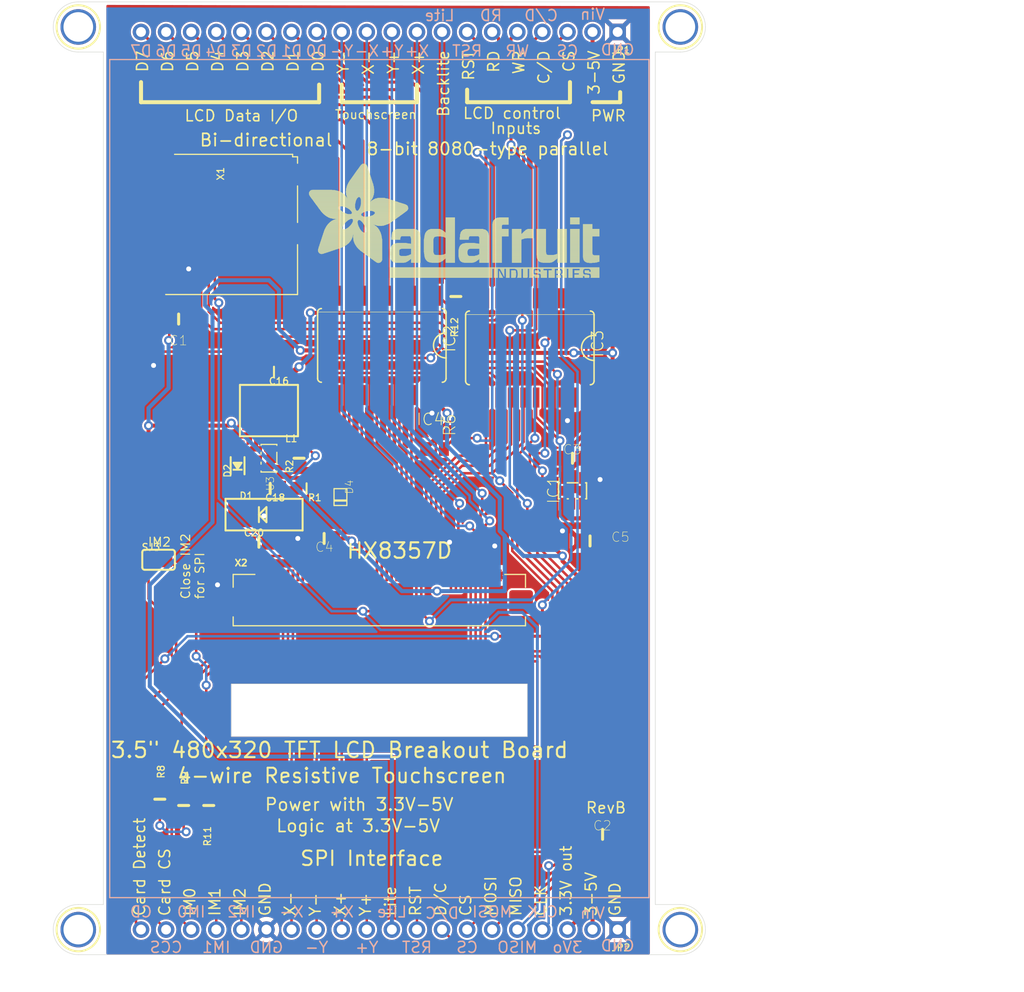
<source format=kicad_pcb>
(kicad_pcb (version 20221018) (generator pcbnew)
  (layers (0 "F.Cu" signal) (1 "In1.Cu" signal) (2 "In2.Cu" signal) (3 "In3.Cu" signal) (4 "In4.Cu" signal) (5 "In5.Cu" signal) (6 "In6.Cu" signal) (7 "In7.Cu" signal) (8 "In8.Cu" signal) (9 "In9.Cu" signal) (10 "In10.Cu" signal) (11 "In11.Cu" signal) (12 "In12.Cu" signal) (13 "In13.Cu" signal) (14 "In14.Cu" signal) (31 "B.Cu" signal) (34 "B.Paste" user) (35 "F.Paste" user) (36 "B.SilkS" user "B.Silkscreen") (37 "F.SilkS" user "F.Silkscreen") (38 "B.Mask" user) (39 "F.Mask" user) (44 "Edge.Cuts" user))
  (net 0 "")
  (net 1 "GND")
  (net 2 "LCD_RST")
  (net 3 "LCD_DATA7")
  (net 4 "LCD_DATA6")
  (net 5 "LCD_DATA5")
  (net 6 "LCD_DATA4")
  (net 7 "LCD_DATA3")
  (net 8 "LCD_DATA2")
  (net 9 "LCD_DATA1")
  (net 10 "LCD_DATA0")
  (net 11 "LCD_CS")
  (net 12 "LCD_WR")
  (net 13 "LCD_RD")
  (net 14 "LCD_RS")
  (net 15 "LCD_X+")
  (net 16 "LCD_Y+")
  (net 17 "LCD_X-")
  (net 18 "LCD_Y-")
  (net 19 "LCD_LITE")
  (net 20 "LCD_CS_5V")
  (net 21 "LCD_RS_5V")
  (net 22 "LCD_WR_5V")
  (net 23 "LCD_RD_5V")
  (net 24 "LCD_RST_5V")
  (net 25 "LCD_DATA0_5V")
  (net 26 "LCD_DATA1_5V")
  (net 27 "LCD_DATA2_5V")
  (net 28 "LCD_DATA3_5V")
  (net 29 "LCD_DATA4_5V")
  (net 30 "LCD_DATA5_5V")
  (net 31 "LCD_DATA6_5V")
  (net 32 "LCD_DATA7_5V")
  (net 33 "+5V")
  (net 34 "VCC")
  (net 35 "SDI_3V")
  (net 36 "SDO")
  (net 37 "SDI_5V")
  (net 38 "IM0")
  (net 39 "IM1")
  (net 40 "IM2")
  (net 41 "SD_CS_5V")
  (net 42 "SD_CS_3V")
  (net 43 "CARDDET")
  (net 44 "LEDK")
  (net 45 "N$3")
  (net 46 "+24V")
  (net 47 "SHDN")
  (footprint "working:MOUNTINGHOLE_3.0_PLATEDTHIN" (layer "F.Cu") (at 178.9811 59.2836)
    (fp_text reference "U$17" hide)
    (fp_text value "MOUNTINGHOLE3.0THIN" hide)
  )
  (footprint "working:SOT23-5L" (layer "F.Cu") (at 168.0591 106.2736)
    (fp_text reference "IC1")
    (fp_text value "MIC5225-3.3")
  )
  (footprint "working:FIDUCIAL_1MM" (layer "F.Cu") (at 132.1181 119.3546)
    (fp_text reference "U$23" hide)
    (fp_text value "FIDUCIAL" hide)
  )
  (footprint "working:0805-NO" (layer "F.Cu") (at 126.2761 137.5156 90)
    (fp_text reference "R8")
    (fp_text value "10K")
  )
  (footprint "working:SOD-123" (layer "F.Cu") (at 134.1501 103.7336 90)
    (fp_text reference "D2")
    (fp_text value "MBR0540")
  )
  (footprint "working:SMADIODE" (layer "F.Cu") (at 136.8171 108.6866)
    (fp_text reference "D1")
    (fp_text value "MM3Z24VT1G")
  )
  (footprint "working:0805-NO" (layer "F.Cu") (at 169.8371 111.3536 180)
    (fp_text reference "C5")
    (fp_text value "10uF")
  )
  (footprint "working:INDUCTOR_5X5MM_NR5040_NOTHERMALS" (layer "F.Cu") (at 137.3251 98.1456 180)
    (fp_text reference "L1")
    (fp_text value "10uH inductor")
  )
  (footprint "working:SOD-323F" (layer "F.Cu") (at 144.5641 106.9086 -90)
    (fp_text reference "D4")
    (fp_text value "1N4148")
  )
  (footprint "working:SO20W" (layer "F.Cu") (at 148.7551 91.5416 180)
    (fp_text reference "IC2")
    (fp_text value "74LVC245")
  )
  (footprint "working:0805-NO" (layer "F.Cu") (at 140.3731 102.9716 90)
    (fp_text reference "R2")
    (fp_text value "10K")
  )
  (footprint "working:0805-NO" (layer "F.Cu") (at 136.3091 111.4806)
    (fp_text reference "C20")
    (fp_text value "1uF")
  )
  (footprint "working:0805-NO" (layer "F.Cu") (at 131.2291 138.1506 -90)
    (fp_text reference "R11")
    (fp_text value "10K")
  )
  (footprint "working:ADAFRUIT_TEXT_30MM" (layer "F.Cu") (at 141.1351 84.6836)
    (fp_text reference "U$19" hide)
    (fp_text value "" hide)
  )
  (footprint "working:MOUNTINGHOLE_3.0_PLATEDTHIN" (layer "F.Cu") (at 118.0211 150.7236)
    (fp_text reference "U$7" hide)
    (fp_text value "MOUNTINGHOLE3.0THIN" hide)
  )
  (footprint "working:0805-NO" (layer "F.Cu") (at 137.4521 106.0196 180)
    (fp_text reference "C18")
    (fp_text value "0.1uF")
  )
  (footprint "working:_0805MP" (layer "F.Cu") (at 137.8331 94.2086 180)
    (fp_text reference "C16")
    (fp_text value "10uF")
  )
  (footprint "working:0805-NO" (layer "F.Cu") (at 142.9131 111.0996 180)
    (fp_text reference "C4")
    (fp_text value "0.1uF")
  )
  (footprint "working:1X20_ROUND" (layer "F.Cu") (at 148.5011 150.7236 180)
    (fp_text reference "JP2")
    (fp_text value "")
  )
  (footprint "working:0805-NO" (layer "F.Cu") (at 156.2481 86.5886 -90)
    (fp_text reference "R12")
    (fp_text value "10K")
  )
  (footprint "working:FIDUCIAL_1MM" (layer "F.Cu") (at 126.1491 69.4436)
    (fp_text reference "U$11" hide)
    (fp_text value "FIDUCIAL" hide)
  )
  (footprint "working:SOT23" (layer "F.Cu") (at 154.0891 100.9396)
    (fp_text reference "IC4")
    (fp_text value "APX803-SAG")
  )
  (footprint "working:FIDUCIAL_1MM" (layer "F.Cu") (at 172.1231 125.5776)
    (fp_text reference "U$9" hide)
    (fp_text value "FIDUCIAL" hide)
  )
  (footprint "working:1X20_ROUND" (layer "F.Cu") (at 148.5011 59.7916 180)
    (fp_text reference "JP1")
    (fp_text value "")
  )
  (footprint "working:SO20W" (layer "F.Cu") (at 163.7411 91.7956 180)
    (fp_text reference "IC3")
    (fp_text value "74LVC245")
  )
  (footprint "working:R0805" (layer "F.Cu") (at 156.8831 100.1776 90)
    (fp_text reference "R6")
    (fp_text value "10K")
  )
  (footprint "working:0805-NO" (layer "F.Cu") (at 168.0591 102.9716)
    (fp_text reference "C3")
    (fp_text value "10uF")
  )
  (footprint "working:SOLDERJUMPER_ARROW_NOPASTE" (layer "F.Cu") (at 126.1491 113.2586)
    (fp_text reference "SJ3")
    (fp_text value "")
  )
  (footprint "working:MICROSD" (layer "F.Cu") (at 140.1191 72.2376 -90)
    (fp_text reference "X1")
    (fp_text value "")
  )
  (footprint "working:MOUNTINGHOLE_3.0_PLATEDTHIN" (layer "F.Cu") (at 178.9811 150.7236)
    (fp_text reference "U$15" hide)
    (fp_text value "MOUNTINGHOLE3.0THIN" hide)
  )
  (footprint "working:SOT23-5@1" (layer "F.Cu") (at 137.3251 102.9716 -90)
    (fp_text reference "U3")
    (fp_text value "FAN5333BSX")
  )
  (footprint "working:_0805MP" (layer "F.Cu") (at 141.1351 106.0196 180)
    (fp_text reference "R1")
    (fp_text value "12Ω")
  )
  (footprint "working:0805-NO" (layer "F.Cu") (at 171.1071 141.0716)
    (fp_text reference "C2")
    (fp_text value "10uF")
  )
  (footprint "working:0805-NO" (layer "F.Cu") (at 128.6891 138.1506 90)
    (fp_text reference "R9")
    (fp_text value "10K")
  )
  (footprint "working:0805-NO" (layer "F.Cu") (at 128.1811 88.8746)
    (fp_text reference "C1")
    (fp_text value "0.1uF")
  )
  (footprint "working:MOUNTINGHOLE_3.0_PLATEDTHIN" (layer "F.Cu") (at 118.0211 59.2836)
    (fp_text reference "U$16" hide)
    (fp_text value "MOUNTINGHOLE3.0THIN" hide)
  )
  (footprint "working:TFT_3.5IN_320X480_50PIN" (layer "B.Cu") (at 148.5011 110.0836 180)
    (fp_text reference "X2")
    (fp_text value "")
  )
  (gr_line (start 157.3911 65.6336) (end 157.3911 66.9036) (stroke (width 0.4064)) (layer "F.SilkS"))
  (gr_line (start 157.3911 66.9036) (end 167.8051 66.9036) (stroke (width 0.4064)) (layer "F.SilkS"))
  (gr_line (start 144.6911 66.9036) (end 152.3111 66.9036) (stroke (width 0.4064)) (layer "F.SilkS"))
  (gr_line (start 167.8051 66.9036) (end 167.8051 64.8716) (stroke (width 0.4064)) (layer "F.SilkS"))
  (gr_line (start 124.3711 64.8716) (end 124.3711 66.9036) (stroke (width 0.4064)) (layer "F.SilkS"))
  (gr_line (start 124.3711 66.9036) (end 142.4051 66.9036) (stroke (width 0.4064)) (layer "F.SilkS"))
  (gr_line (start 152.3111 66.9036) (end 152.3111 65.1256) (stroke (width 0.4064)) (layer "F.SilkS"))
  (gr_line (start 170.0911 66.9036) (end 172.8851 66.9036) (stroke (width 0.4064)) (layer "F.SilkS"))
  (gr_line (start 172.8851 66.9036) (end 172.8851 65.8876) (stroke (width 0.4064)) (layer "F.SilkS"))
  (gr_line (start 142.4051 66.9036) (end 142.4051 65.1256) (stroke (width 0.4064)) (layer "F.SilkS"))
  (gr_line (start 144.6911 65.1256) (end 144.6911 66.9036) (stroke (width 0.4064)) (layer "F.SilkS"))
  (gr_line (start 118.0211 153.2636) (end 178.9811 153.2636) (stroke (width 0.05)) (layer "Edge.Cuts"))
  (gr_arc (start 178.9811 56.7436) (mid 180.777151 57.487549) (end 181.5211 59.2836) (stroke (width 0.05)) (layer "Edge.Cuts"))
  (gr_arc (start 181.5211 150.7236) (mid 180.777151 152.519651) (end 178.9811 153.2636) (stroke (width 0.05)) (layer "Edge.Cuts"))
  (gr_line (start 176.4411 148.1836) (end 176.4411 61.8236) (stroke (width 0.05)) (layer "Edge.Cuts"))
  (gr_line (start 178.9811 61.8236) (end 176.4411 61.8236) (stroke (width 0.05)) (layer "Edge.Cuts"))
  (gr_arc (start 115.4811 150.7236) (mid 116.225049 148.927549) (end 118.0211 148.1836) (stroke (width 0.05)) (layer "Edge.Cuts"))
  (gr_arc (start 178.9811 148.1836) (mid 180.777151 148.927549) (end 181.5211 150.7236) (stroke (width 0.05)) (layer "Edge.Cuts"))
  (gr_arc (start 115.4811 59.2836) (mid 116.225049 57.487549) (end 118.0211 56.7436) (stroke (width 0.05)) (layer "Edge.Cuts"))
  (gr_line (start 118.0211 61.8236) (end 120.5611 61.8236) (stroke (width 0.05)) (layer "Edge.Cuts"))
  (gr_line (start 118.0211 56.7436) (end 178.9811 56.7436) (stroke (width 0.05)) (layer "Edge.Cuts"))
  (gr_line (start 120.5611 148.1836) (end 118.0211 148.1836) (stroke (width 0.05)) (layer "Edge.Cuts"))
  (gr_line (start 133.5151 131.1656) (end 163.4871 131.1656) (stroke (width 0.05)) (layer "Edge.Cuts"))
  (gr_line (start 163.4871 125.8316) (end 133.5151 125.8316) (stroke (width 0.05)) (layer "Edge.Cuts"))
  (gr_line (start 120.5611 61.8236) (end 120.5611 148.1836) (stroke (width 0.05)) (layer "Edge.Cuts"))
  (gr_line (start 133.5151 125.8316) (end 133.5151 131.1656) (stroke (width 0.05)) (layer "Edge.Cuts"))
  (gr_line (start 163.4871 131.1656) (end 163.4871 125.8316) (stroke (width 0.05)) (layer "Edge.Cuts"))
  (gr_arc (start 181.5211 59.2836) (mid 180.777151 61.079651) (end 178.9811 61.8236) (stroke (width 0.05)) (layer "Edge.Cuts"))
  (gr_line (start 178.9811 148.1836) (end 176.4411 148.1836) (stroke (width 0.05)) (layer "Edge.Cuts"))
  (gr_arc (start 118.0211 153.2636) (mid 116.225049 152.519651) (end 115.4811 150.7236) (stroke (width 0.05)) (layer "Edge.Cuts"))
  (gr_arc (start 118.0211 61.8236) (mid 116.225049 61.079651) (end 115.4811 59.2836) (stroke (width 0.05)) (layer "Edge.Cuts"))
  (gr_text "Y-" (at 142.1511 151.8666) (layer "B.SilkS") (effects (font (size 1.1176 1.1176) (thickness 0.1524)) (justify top mirror)))
  (gr_text "GND" (at 137.0711 151.8666) (layer "B.SilkS") (effects (font (size 1.1176 1.1176) (thickness 0.1524)) (justify top mirror)))
  (gr_text "X-" (at 147.2311 61.0616) (layer "B.SilkS") (effects (font (size 1.1176 1.1176) (thickness 0.1524)) (justify top mirror)))
  (gr_text "WR" (at 162.4711 61.0616) (layer "B.SilkS") (effects (font (size 1.1176 1.1176) (thickness 0.1524)) (justify top mirror)))
  (gr_text "RST" (at 152.3111 151.8666) (layer "B.SilkS") (effects (font (size 1.1176 1.1176) (thickness 0.1524)) (justify top mirror)))
  (gr_text "Lite" (at 154.5971 58.7756) (layer "B.SilkS") (effects (font (size 1.1176 1.1176) (thickness 0.1524)) (justify bottom mirror)))
  (gr_text "D6" (at 126.9111 61.0616) (layer "B.SilkS") (effects (font (size 1.1176 1.1176) (thickness 0.1524)) (justify top mirror)))
  (gr_text "D/C" (at 154.8511 149.7076) (layer "B.SilkS") (effects (font (size 1.1176 1.1176) (thickness 0.1524)) (justify bottom mirror)))
  (gr_text "IM0" (at 129.4511 149.5806) (layer "B.SilkS") (effects (font (size 1.1176 1.1176) (thickness 0.1524)) (justify bottom mirror)))
  (gr_text "IM2" (at 134.5311 149.5806) (layer "B.SilkS") (effects (font (size 1.1176 1.1176) (thickness 0.1524)) (justify bottom mirror)))
  (gr_text "CLK" (at 165.0111 149.5806) (layer "B.SilkS") (effects (font (size 1.1176 1.1176) (thickness 0.1524)) (justify bottom mirror)))
  (gr_text "C/D" (at 164.8841 58.7756) (layer "B.SilkS") (effects (font (size 1.1176 1.1176) (thickness 0.1524)) (justify bottom mirror)))
  (gr_text "D4" (at 131.9911 61.0616) (layer "B.SilkS") (effects (font (size 1.1176 1.1176) (thickness 0.1524)) (justify top mirror)))
  (gr_text "D1" (at 139.6111 61.0616) (layer "B.SilkS") (effects (font (size 1.1176 1.1176) (thickness 0.1524)) (justify top mirror)))
  (gr_text "CS" (at 167.5511 61.0616) (layer "B.SilkS") (effects (font (size 1.1176 1.1176) (thickness 0.1524)) (justify top mirror)))
  (gr_text "D3" (at 134.5311 61.0616) (layer "B.SilkS") (effects (font (size 1.1176 1.1176) (thickness 0.1524)) (justify top mirror)))
  (gr_text "D7" (at 124.3711 61.0616) (layer "B.SilkS") (effects (font (size 1.1176 1.1176) (thickness 0.1524)) (justify top mirror)))
  (gr_text "CD" (at 124.3711 149.5806) (layer "B.SilkS") (effects (font (size 1.1176 1.1176) (thickness 0.1524)) (justify bottom mirror)))
  (gr_text "GND" (at 172.6311 60.9346) (layer "B.SilkS") (effects (font (size 1.1176 1.1176) (thickness 0.1524)) (justify top mirror)))
  (gr_text "MISO" (at 162.4711 151.8666) (layer "B.SilkS") (effects (font (size 1.1176 1.1176) (thickness 0.1524)) (justify top mirror)))
  (gr_text "Vin" (at 170.0911 149.7076) (layer "B.SilkS") (effects (font (size 1.1176 1.1176) (thickness 0.1524)) (justify bottom mirror)))
  (gr_text "CCS" (at 126.9111 151.8666) (layer "B.SilkS") (effects (font (size 1.1176 1.1176) (thickness 0.1524)) (justify top mirror)))
  (gr_text "D5" (at 129.4511 61.0616) (layer "B.SilkS") (effects (font (size 1.1176 1.1176) (thickness 0.1524)) (justify top mirror)))
  (gr_text "X+" (at 144.6911 149.5806) (layer "B.SilkS") (effects (font (size 1.1176 1.1176) (thickness 0.1524)) (justify bottom mirror)))
  (gr_text "Vin" (at 170.0911 58.6486) (layer "B.SilkS") (effects (font (size 1.1176 1.1176) (thickness 0.1524)) (justify bottom mirror)))
  (gr_text "IM1" (at 131.9911 151.8666) (layer "B.SilkS") (effects (font (size 1.1176 1.1176) (thickness 0.1524)) (justify top mirror)))
  (gr_text "Lite" (at 149.7711 149.5806) (layer "B.SilkS") (effects (font (size 1.1176 1.1176) (thickness 0.1524)) (justify bottom mirror)))
  (gr_text "3Vo" (at 167.5511 151.8666) (layer "B.SilkS") (effects (font (size 1.1176 1.1176) (thickness 0.1524)) (justify top mirror)))
  (gr_text "X+" (at 152.3111 61.0616) (layer "B.SilkS") (effects (font (size 1.1176 1.1176) (thickness 0.1524)) (justify top mirror)))
  (gr_text "Y+" (at 147.2311 151.8666) (layer "B.SilkS") (effects (font (size 1.1176 1.1176) (thickness 0.1524)) (justify top mirror)))
  (gr_text "Y+" (at 149.7711 61.0616) (layer "B.SilkS") (effects (font (size 1.1176 1.1176) (thickness 0.1524)) (justify top mirror)))
  (gr_text "GND" (at 172.6311 153.0096) (layer "B.SilkS") (effects (font (size 1.1176 1.1176) (thickness 0.1524)) (justify bottom mirror)))
  (gr_text "X-" (at 139.6111 149.5806) (layer "B.SilkS") (effects (font (size 1.1176 1.1176) (thickness 0.1524)) (justify bottom mirror)))
  (gr_text "RST" (at 157.3911 61.0616) (layer "B.SilkS") (effects (font (size 1.1176 1.1176) (thickness 0.1524)) (justify top mirror)))
  (gr_text "MOSI" (at 159.9311 149.5806) (layer "B.SilkS") (effects (font (size 1.1176 1.1176) (thickness 0.1524)) (justify bottom mirror)))
  (gr_text "Y-" (at 144.6911 61.0616) (layer "B.SilkS") (effects (font (size 1.1176 1.1176) (thickness 0.1524)) (justify top mirror)))
  (gr_text "CS" (at 157.3911 151.8666) (layer "B.SilkS") (effects (font (size 1.1176 1.1176) (thickness 0.1524)) (justify top mirror)))
  (gr_text "RD" (at 159.8041 58.7756) (layer "B.SilkS") (effects (font (size 1.1176 1.1176) (thickness 0.1524)) (justify bottom mirror)))
  (gr_text "D0" (at 142.1511 61.0616) (layer "B.SilkS") (effects (font (size 1.1176 1.1176) (thickness 0.1524)) (justify top mirror)))
  (gr_text "D2" (at 137.0711 61.0616) (layer "B.SilkS") (effects (font (size 1.1176 1.1176) (thickness 0.1524)) (justify top mirror)))
  (gr_text "CLK" (at 165.5191 149.4536 90) (layer "F.SilkS") (effects (font (size 1.1176 1.1176) (thickness 0.1524)) (justify left bottom)))
  (gr_text "Y+" (at 147.7391 149.4536 90) (layer "F.SilkS") (effects (font (size 1.1176 1.1176) (thickness 0.1524)) (justify left bottom)))
  (gr_text "3.3V out" (at 168.0591 149.4536 90) (layer "F.SilkS") (effects (font (size 1.1176 1.1176) (thickness 0.1524)) (justify left bottom)))
  (gr_text "Bi-directional" (at 130.2131 71.4756) (layer "F.SilkS") (effects (font (size 1.251712 1.251712) (thickness 0.170688)) (justify left bottom)))
  (gr_text "Card Detect" (at 124.8791 149.4536 90) (layer "F.SilkS") (effects (font (size 1.1176 1.1176) (thickness 0.1524)) (justify left bottom)))
  (gr_text "Y-" (at 144.1831 61.5696 90) (layer "F.SilkS") (effects (font (size 1.1176 1.1176) (thickness 0.1524)) (justify right top)))
  (gr_text "X+" (at 145.1991 149.4536 90) (layer "F.SilkS") (effects (font (size 1.1176 1.1176) (thickness 0.1524)) (justify left bottom)))
  (gr_text "CS" (at 157.8991 149.4536 90) (layer "F.SilkS") (effects (font (size 1.1176 1.1176) (thickness 0.1524)) (justify left bottom)))
  (gr_text "CS" (at 167.0431 61.5696 90) (layer "F.SilkS") (effects (font (size 1.1176 1.1176) (thickness 0.1524)) (justify right top)))
  (gr_text "Y+" (at 149.2631 61.5696 90) (layer "F.SilkS") (effects (font (size 1.1176 1.1176) (thickness 0.1524)) (justify right top)))
  (gr_text "Backlite" (at 154.3431 61.5696 90) (layer "F.SilkS") (effects (font (size 1.1176 1.1176) (thickness 0.1524)) (justify right top)))
  (gr_text "D7" (at 123.8631 61.5696 90) (layer "F.SilkS") (effects (font (size 1.1176 1.1176) (thickness 0.1524)) (justify right top)))
  (gr_text "IM2" (at 125.0061 111.9886) (layer "F.SilkS") (effects (font (size 0.89408 0.89408) (thickness 0.12192)) (justify left bottom)))
  (gr_text "RST" (at 156.8831 61.5696 90) (layer "F.SilkS") (effects (font (size 1.1176 1.1176) (thickness 0.1524)) (justify right top)))
  (gr_text "D6" (at 126.4031 61.5696 90) (layer "F.SilkS") (effects (font (size 1.1176 1.1176) (thickness 0.1524)) (justify right top)))
  (gr_text "Lite" (at 150.2791 149.4536 90) (layer "F.SilkS") (effects (font (size 1.1176 1.1176) (thickness 0.1524)) (justify left bottom)))
  (gr_text "Y-" (at 142.6591 149.4536 90) (layer "F.SilkS") (effects (font (size 1.1176 1.1176) (thickness 0.1524)) (justify left bottom)))
  (gr_text "D4" (at 131.4831 61.5696 90) (layer "F.SilkS") (effects (font (size 1.1176 1.1176) (thickness 0.1524)) (justify right top)))
  (gr_text "MOSI" (at 160.4391 149.4536 90) (layer "F.SilkS") (effects (font (size 1.1176 1.1176) (thickness 0.1524)) (justify left bottom)))
  (gr_text "GND" (at 137.5791 149.4536 90) (layer "F.SilkS") (effects (font (size 1.1176 1.1176) (thickness 0.1524)) (justify left bottom)))
  (gr_text "IM1" (at 132.4991 149.4536 90) (layer "F.SilkS") (effects (font (size 1.1176 1.1176) (thickness 0.1524)) (justify left bottom)))
  (gr_text "4-wire Resistive Touchscreen" (at 127.9271 135.9916) (layer "F.SilkS") (effects (font (size 1.475232 1.475232) (thickness 0.201168)) (justify left bottom)))
  (gr_text "RST" (at 152.8191 149.4536 90) (layer "F.SilkS") (effects (font (size 1.1176 1.1176) (thickness 0.1524)) (justify left bottom)))
  (gr_text "3-5V" (at 170.5991 149.4536 90) (layer "F.SilkS") (effects (font (size 1.1176 1.1176) (thickness 0.1524)) (justify left bottom)))
  (gr_text "D1" (at 139.1031 61.5696 90) (layer "F.SilkS") (effects (font (size 1.1176 1.1176) (thickness 0.1524)) (justify right top)))
  (gr_text "IM0" (at 129.9591 149.4536 90) (layer "F.SilkS") (effects (font (size 1.1176 1.1176) (thickness 0.1524)) (justify left bottom)))
  (gr_text "D2" (at 136.5631 61.5696 90) (layer "F.SilkS") (effects (font (size 1.1176 1.1176) (thickness 0.1524)) (justify right top)))
  (gr_text "Logic at 3.3V-5V" (at 137.9601 140.9446) (layer "F.SilkS") (effects (font (size 1.251712 1.251712) (thickness 0.170688)) (justify left bottom)))
  (gr_text "D3" (at 134.0231 61.5696 90) (layer "F.SilkS") (effects (font (size 1.1176 1.1176) (thickness 0.1524)) (justify right top)))
  (gr_text "WR" (at 161.9631 61.5696 90) (layer "F.SilkS") (effects (font (size 1.1176 1.1176) (thickness 0.1524)) (justify right top)))
  (gr_text "Touchscreen" (at 143.9291 68.6816) (layer "F.SilkS") (effects (font (size 0.89408 0.89408) (thickness 0.12192)) (justify left bottom)))
  (gr_text "3-5V" (at 169.5831 61.5696 90) (layer "F.SilkS") (effects (font (size 1.1176 1.1176) (thickness 0.1524)) (justify right top)))
  (gr_text "MISO" (at 162.9791 149.4536 90) (layer "F.SilkS") (effects (font (size 1.1176 1.1176) (thickness 0.1524)) (justify left bottom)))
  (gr_text "Power with 3.3V-5V" (at 136.8171 138.7856) (layer "F.SilkS") (effects (font (size 1.251712 1.251712) (thickness 0.170688)) (justify left bottom)))
  (gr_text "IM2" (at 135.0391 149.4536 90) (layer "F.SilkS") (effects (font (size 1.1176 1.1176) (thickness 0.1524)) (justify left bottom)))
  (gr_text "8-bit 8080-type parallel" (at 147.1041 72.3646) (layer "F.SilkS") (effects (font (size 1.251712 1.251712) (thickness 0.170688)) (justify left bottom)))
  (gr_text "RevB" (at 169.3291 139.0396) (layer "F.SilkS") (effects (font (size 1.1176 1.1176) (thickness 0.1524)) (justify left bottom)))
  (gr_text "C/D" (at 164.5031 61.5696 90) (layer "F.SilkS") (effects (font (size 1.1176 1.1176) (thickness 0.1524)) (justify right top)))
  (gr_text "GND" (at 172.1231 61.5696 90) (layer "F.SilkS") (effects (font (size 1.1176 1.1176) (thickness 0.1524)) (justify right top)))
  (gr_text "X+" (at 151.8031 61.5696 90) (layer "F.SilkS") (effects (font (size 1.1176 1.1176) (thickness 0.1524)) (justify right top)))
  (gr_text "3.5\" 480x320 TFT LCD Breakout Board" (at 121.1961 133.4516) (layer "F.SilkS") (effects (font (size 1.56464 1.56464) (thickness 0.21336)) (justify left bottom)))
  (gr_text "Card CS" (at 127.4191 149.4536 90) (layer "F.SilkS") (effects (font (size 1.1176 1.1176) (thickness 0.1524)) (justify left bottom)))
  (gr_text "D5" (at 128.9431 61.5696 90) (layer "F.SilkS") (effects (font (size 1.1176 1.1176) (thickness 0.1524)) (justify right top)))
  (gr_text "D/C" (at 155.3591 149.4536 90) (layer "F.SilkS") (effects (font (size 1.1176 1.1176) (thickness 0.1524)) (justify left bottom)))
  (gr_text "LCD control" (at 156.8831 68.6816) (layer "F.SilkS") (effects (font (size 1.1176 1.1176) (thickness 0.1524)) (justify left bottom)))
  (gr_text "RD" (at 159.4231 61.5696 90) (layer "F.SilkS") (effects (font (size 1.1176 1.1176) (thickness 0.1524)) (justify right top)))
  (gr_text "X-" (at 146.7231 61.5696 90) (layer "F.SilkS") (effects (font (size 1.1176 1.1176) (thickness 0.1524)) (justify right top)))
  (gr_text "LCD Data I/O" (at 128.6891 68.9356) (layer "F.SilkS") (effects (font (size 1.1176 1.1176) (thickness 0.1524)) (justify left bottom)))
  (gr_text "SPI Interface" (at 147.7391 144.3736) (layer "F.SilkS") (effects (font (size 1.475232 1.475232) (thickness 0.201168)) (justify bottom)))
  (gr_text "Inputs" (at 159.6771 70.2056) (layer "F.SilkS") (effects (font (size 1.1176 1.1176) (thickness 0.1524)) (justify left bottom)))
  (gr_text "GND" (at 173.0121 149.4536 90) (layer "F.SilkS") (effects (font (size 1.1176 1.1176) (thickness 0.1524)) (justify left bottom)))
  (gr_text "Close IM2\nfor SPI" (at 130.8481 117.3226 90) (layer "F.SilkS") (effects (font (size 0.89408 0.89408) (thickness 0.12192)) (justify left bottom)))
  (gr_text "D0" (at 141.6431 61.5696 90) (layer "F.SilkS") (effects (font (size 1.1176 1.1176) (thickness 0.1524)) (justify right top)))
  (gr_text "X-" (at 140.1191 149.4536 90) (layer "F.SilkS") (effects (font (size 1.1176 1.1176) (thickness 0.1524)) (justify left bottom)))
  (gr_text "HX8357D" (at 145.0721 113.2586) (layer "F.SilkS") (effects (font (size 1.56464 1.56464) (thickness 0.21336)) (justify left bottom)))
  (gr_text "PWR" (at 169.8371 68.9356) (layer "F.SilkS") (effects (font (size 1.1176 1.1176) (thickness 0.1524)) (justify left bottom)))
  (segment (start 159.7511 116.3066) (end 160.2511 116.3066) (width 0.254) (layer "F.Cu") (net 1))
  (segment (start 157.2511 114.8436) (end 157.2511 112.3566) (width 0.254) (layer "F.Cu") (net 1))
  (segment (start 157.2511 112.3566) (end 157.0101 112.1156) (width 0.254) (layer "F.Cu") (net 1))
  (segment (start 159.7511 114.8436) (end 159.7511 116.3066) (width 0.254) (layer "F.Cu") (net 1))
  (segment (start 160.2511 114.8436) (end 160.2511 116.3066) (width 0.254) (layer "F.Cu") (net 1))
  (via (at 125.6411 93.5736) (size 0.9064) (drill 0.5) (layers "F.Cu" "B.Cu") (net 1))
  (via (at 167.5511 99.1616) (size 0.9064) (drill 0.5) (layers "F.Cu" "B.Cu") (net 1))
  (via (at 140.2461 111.0996) (size 0.9064) (drill 0.5) (layers "F.Cu" "B.Cu") (net 1))
  (via (at 136.8171 108.8136) (size 0.9064) (drill 0.5) (layers "F.Cu" "B.Cu") (net 1))
  (via (at 167.0431 110.3376) (size 0.9064) (drill 0.5) (layers "F.Cu" "B.Cu") (net 1))
  (via (at 132.1181 115.7986) (size 0.9064) (drill 0.5) (layers "F.Cu" "B.Cu") (net 1))
  (via (at 155.6131 111.4806) (size 0.9064) (drill 0.5) (layers "F.Cu" "B.Cu") (net 1))
  (via (at 160.1851 111.8616) (size 0.9064) (drill 0.5) (layers "F.Cu" "B.Cu") (net 1))
  (via (at 129.1971 83.7946) (size 0.9064) (drill 0.5) (layers "F.Cu" "B.Cu") (net 1))
  (via (at 153.8351 98.3996) (size 0.9064) (drill 0.5) (layers "F.Cu" "B.Cu") (net 1))
  (via (at 170.8531 105.1306) (size 0.9064) (drill 0.5) (layers "F.Cu" "B.Cu") (net 1))
  (segment (start 140.7511 112.4966) (end 147.2311 112.4966) (width 0.254) (layer "F.Cu") (net 2))
  (segment (start 142.9131 94.3356) (end 155.5369 94.3356) (width 0.254) (layer "F.Cu") (net 2))
  (segment (start 155.5369 94.3356) (end 158.0261 96.8248) (width 0.254) (layer "F.Cu") (net 2))
  (segment (start 147.2311 105.8926) (end 141.6431 100.3046) (width 0.254) (layer "F.Cu") (net 2))
  (segment (start 140.7511 114.8436) (end 140.7511 112.4966) (width 0.254) (layer "F.Cu") (net 2))
  (segment (start 141.6431 100.3046) (end 141.6431 95.6056) (width 0.254) (layer "F.Cu") (net 2))
  (segment (start 141.6431 95.6056) (end 142.9131 94.3356) (width 0.254) (layer "F.Cu") (net 2))
  (segment (start 147.2311 105.8926) (end 147.2311 112.4966) (width 0.254) (layer "F.Cu") (net 2))
  (segment (start 148.2511 106.0236) (end 148.2511 114.8436) (width 0.254) (layer "F.Cu") (net 3))
  (segment (start 148.2511 106.0236) (end 143.0401 100.8126) (width 0.254) (layer "F.Cu") (net 3))
  (segment (start 143.0401 100.8126) (end 143.0401 96.5708) (width 0.254) (layer "F.Cu") (net 3))
  (segment (start 148.7511 105.7616) (end 148.7511 114.8436) (width 0.254) (layer "F.Cu") (net 4))
  (segment (start 144.4371 96.6978) (end 144.3101 96.5708) (width 0.254) (layer "F.Cu") (net 4))
  (segment (start 144.4371 101.4476) (end 144.4371 96.6978) (width 0.254) (layer "F.Cu") (net 4))
  (segment (start 148.7511 105.7616) (end 144.4371 101.4476) (width 0.254) (layer "F.Cu") (net 4))
  (segment (start 145.4531 101.4476) (end 145.4531 96.6978) (width 0.254) (layer "F.Cu") (net 5))
  (segment (start 149.2511 105.2456) (end 145.4531 101.4476) (width 0.254) (layer "F.Cu") (net 5))
  (segment (start 145.4531 96.6978) (end 145.5801 96.5708) (width 0.254) (layer "F.Cu") (net 5))
  (segment (start 149.2511 105.2456) (end 149.2511 114.8436) (width 0.254) (layer "F.Cu") (net 5))
  (segment (start 149.7511 104.7296) (end 149.7511 114.8436) (width 0.254) (layer "F.Cu") (net 6))
  (segment (start 146.7231 101.7016) (end 146.7231 96.6978) (width 0.254) (layer "F.Cu") (net 6))
  (segment (start 146.7231 96.6978) (end 146.8501 96.5708) (width 0.254) (layer "F.Cu") (net 6))
  (segment (start 149.7511 104.7296) (end 146.7231 101.7016) (width 0.254) (layer "F.Cu") (net 6))
  (segment (start 148.2471 101.4476) (end 148.2471 96.6978) (width 0.254) (layer "F.Cu") (net 7))
  (segment (start 148.2471 96.6978) (end 148.1201 96.5708) (width 0.254) (layer "F.Cu") (net 7))
  (segment (start 150.2511 103.4516) (end 148.2471 101.4476) (width 0.254) (layer "F.Cu") (net 7))
  (segment (start 150.2511 103.4516) (end 150.2511 114.8436) (width 0.254) (layer "F.Cu") (net 7))
  (segment (start 149.5171 101.7016) (end 149.5171 96.6978) (width 0.254) (layer "F.Cu") (net 8))
  (segment (start 149.5171 96.6978) (end 149.3901 96.5708) (width 0.254) (layer "F.Cu") (net 8))
  (segment (start 150.7511 102.9356) (end 150.7511 114.8436) (width 0.254) (layer "F.Cu") (net 8))
  (segment (start 150.7511 102.9356) (end 149.5171 101.7016) (width 0.254) (layer "F.Cu") (net 8))
  (segment (start 150.5331 96.6978) (end 150.6601 96.5708) (width 0.254) (layer "F.Cu") (net 9))
  (segment (start 151.2511 102.4196) (end 150.5331 101.7016) (width 0.254) (layer "F.Cu") (net 9))
  (segment (start 150.5331 101.7016) (end 150.5331 96.6978) (width 0.254) (layer "F.Cu") (net 9))
  (segment (start 151.2511 102.4196) (end 151.2511 114.8436) (width 0.254) (layer "F.Cu") (net 9))
  (segment (start 151.7511 96.7498) (end 151.7511 114.8436) (width 0.254) (layer "F.Cu") (net 10))
  (segment (start 151.7511 96.7498) (end 151.9301 96.5708) (width 0.254) (layer "F.Cu") (net 10))
  (segment (start 163.1061 101.3206) (end 163.1061 96.8248) (width 0.254) (layer "F.Cu") (net 11))
  (segment (start 163.2331 96.9518) (end 163.1061 96.8248) (width 0.254) (layer "F.Cu") (net 11))
  (segment (start 156.8831 104.4956) (end 159.9311 104.4956) (width 0.254) (layer "F.Cu") (net 11))
  (segment (start 159.9311 104.4956) (end 163.1061 101.3206) (width 0.254) (layer "F.Cu") (net 11))
  (segment (start 154.7511 106.6276) (end 154.7511 114.8436) (width 0.254) (layer "F.Cu") (net 11))
  (segment (start 154.7511 106.6276) (end 156.8831 104.4956) (width 0.254) (layer "F.Cu") (net 11))
  (segment (start 129.4791 76.8376) (end 128.2801 76.8376) (width 0.254) (layer "F.Cu") (net 12))
  (segment (start 138.0871 90.6526) (end 153.7081 90.6526) (width 0.254) (layer "F.Cu") (net 12))
  (segment (start 160.6931 96.9518) (end 160.5661 96.8248) (width 0.254) (layer "F.Cu") (net 12))
  (segment (start 125.7681 91.4146) (end 126.5301 92.1766) (width 0.254) (layer "F.Cu") (net 12))
  (segment (start 160.5661 95.0976) (end 160.5661 96.8248) (width 0.254) (layer "F.Cu") (net 12))
  (segment (start 160.5661 101.8286) (end 160.5661 96.8248) (width 0.254) (layer "F.Cu") (net 12))
  (segment (start 126.5301 92.1766) (end 136.5631 92.1766) (width 0.254) (layer "F.Cu") (net 12))
  (segment (start 153.7511 106.1036) (end 153.7511 114.8436) (width 0.254) (layer "F.Cu") (net 12))
  (segment (start 159.8041 94.3356) (end 160.5661 95.0976) (width 0.254) (layer "F.Cu") (net 12))
  (segment (start 128.2801 76.8376) (end 127.0381 78.0796) (width 0.254) (layer "F.Cu") (net 12))
  (segment (start 127.0381 78.0796) (end 127.0381 86.8426) (width 0.254) (layer "F.Cu") (net 12))
  (segment (start 127.0381 86.8426) (end 125.7681 88.1126) (width 0.254) (layer "F.Cu") (net 12))
  (segment (start 153.7511 106.1036) (end 156.6291 103.2256) (width 0.254) (layer "F.Cu") (net 12))
  (segment (start 156.6291 103.2256) (end 159.1691 103.2256) (width 0.254) (layer "F.Cu") (net 12))
  (segment (start 153.7081 90.6526) (end 157.3911 94.3356) (width 0.254) (layer "F.Cu") (net 12))
  (segment (start 157.3911 94.3356) (end 159.8041 94.3356) (width 0.254) (layer "F.Cu") (net 12))
  (segment (start 125.7681 88.1126) (end 125.7681 91.4146) (width 0.254) (layer "F.Cu") (net 12))
  (segment (start 136.5631 92.1766) (end 138.0871 90.6526) (width 0.254) (layer "F.Cu") (net 12))
  (segment (start 159.1691 103.2256) (end 160.5661 101.8286) (width 0.254) (layer "F.Cu") (net 12))
  (segment (start 159.2961 102.0826) (end 159.2961 96.8248) (width 0.254) (layer "F.Cu") (net 13))
  (segment (start 158.6611 102.7176) (end 159.2961 102.0826) (width 0.254) (layer "F.Cu") (net 13))
  (segment (start 159.1691 96.9518) (end 159.2961 96.8248) (width 0.254) (layer "F.Cu") (net 13))
  (segment (start 156.3751 102.7176) (end 158.6611 102.7176) (width 0.254) (layer "F.Cu") (net 13))
  (segment (start 153.2511 105.8416) (end 156.3751 102.7176) (width 0.254) (layer "F.Cu") (net 13))
  (segment (start 153.2511 105.8416) (end 153.2511 114.8436) (width 0.254) (layer "F.Cu") (net 13))
  (segment (start 154.2511 106.3656) (end 156.8831 103.7336) (width 0.254) (layer "F.Cu") (net 14))
  (segment (start 161.7091 96.9518) (end 161.8361 96.8248) (width 0.254) (layer "F.Cu") (net 14))
  (segment (start 159.6771 103.7336) (end 161.8361 101.5746) (width 0.254) (layer "F.Cu") (net 14))
  (segment (start 156.8831 103.7336) (end 159.6771 103.7336) (width 0.254) (layer "F.Cu") (net 14))
  (segment (start 161.8361 101.5746) (end 161.8361 96.8248) (width 0.254) (layer "F.Cu") (net 14))
  (segment (start 154.2511 106.3656) (end 154.2511 114.8436) (width 0.254) (layer "F.Cu") (net 14))
  (segment (start 158.7511 108.4696) (end 158.9151 108.3056) (width 0.254) (layer "F.Cu") (net 15))
  (segment (start 144.6911 132.6896) (end 165.0111 132.6896) (width 0.254) (layer "F.Cu") (net 15))
  (segment (start 165.0111 123.2916) (end 164.7571 123.0376) (width 0.254) (layer "F.Cu") (net 15))
  (segment (start 164.7571 123.0376) (end 158.9151 123.0376) (width 0.254) (layer "F.Cu") (net 15))
  (segment (start 158.9151 123.0376) (end 158.7511 122.8736) (width 0.254) (layer "F.Cu") (net 15))
  (segment (start 165.0111 132.6896) (end 165.0111 123.2916) (width 0.254) (layer "F.Cu") (net 15))
  (segment (start 158.9151 108.3056) (end 158.9151 106.5276) (width 0.254) (layer "F.Cu") (net 15))
  (segment (start 158.7511 108.4696) (end 158.7511 114.8436) (width 0.254) (layer "F.Cu") (net 15))
  (segment (start 144.6911 150.7236) (end 144.6911 132.6896) (width 0.254) (layer "F.Cu") (net 15))
  (segment (start 158.7511 114.8436) (end 158.7511 122.8736) (width 0.254) (layer "F.Cu") (net 15))
  (via (at 158.9151 106.5276) (size 0.9064) (drill 0.5) (layers "F.Cu" "B.Cu") (net 15))
  (segment (start 158.9151 106.5276) (end 152.3111 99.9236) (width 0.254) (layer "B.Cu") (net 15))
  (segment (start 152.3111 99.9236) (end 152.3111 59.7916) (width 0.254) (layer "B.Cu") (net 15))
  (segment (start 159.2511 114.8436) (end 159.2511 122.3576) (width 0.254) (layer "F.Cu") (net 16))
  (segment (start 165.5191 133.1976) (end 147.2311 133.1976) (width 0.254) (layer "F.Cu") (net 16))
  (segment (start 159.2511 122.3576) (end 159.4231 122.5296) (width 0.254) (layer "F.Cu") (net 16))
  (segment (start 159.2511 109.7476) (end 159.6771 109.3216) (width 0.254) (layer "F.Cu") (net 16))
  (segment (start 159.2511 109.7476) (end 159.2511 114.8436) (width 0.254) (layer "F.Cu") (net 16))
  (segment (start 159.4231 122.5296) (end 165.0111 122.5296) (width 0.254) (layer "F.Cu") (net 16))
  (segment (start 165.5191 123.0376) (end 165.5191 133.1976) (width 0.254) (layer "F.Cu") (net 16))
  (segment (start 165.0111 122.5296) (end 165.5191 123.0376) (width 0.254) (layer "F.Cu") (net 16))
  (segment (start 147.2311 133.1976) (end 147.2311 150.7236) (width 0.254) (layer "F.Cu") (net 16))
  (via (at 159.6771 109.3216) (size 0.9064) (drill 0.5) (layers "F.Cu" "B.Cu") (net 16))
  (segment (start 157.6451 107.2896) (end 157.6451 106.7816) (width 0.254) (layer "B.Cu") (net 16))
  (segment (start 149.7711 98.9076) (end 149.7711 59.7916) (width 0.254) (layer "B.Cu") (net 16))
  (segment (start 159.6771 109.3216) (end 157.6451 107.2896) (width 0.254) (layer "B.Cu") (net 16))
  (segment (start 157.6451 106.7816) (end 149.7711 98.9076) (width 0.254) (layer "B.Cu") (net 16))
  (segment (start 157.7511 114.8436) (end 157.7511 111.9676) (width 0.254) (layer "F.Cu") (net 17))
  (segment (start 139.6111 131.6736) (end 163.9951 131.6736) (width 0.254) (layer "F.Cu") (net 17))
  (segment (start 157.7511 111.9676) (end 156.5021 110.7186) (width 0.254) (layer "F.Cu") (net 17))
  (segment (start 139.6111 150.7236) (end 139.6111 131.6736) (width 0.254) (layer "F.Cu") (net 17))
  (segment (start 156.5021 110.7186) (end 156.5021 107.6706) (width 0.254) (layer "F.Cu") (net 17))
  (segment (start 163.9951 131.6736) (end 163.9951 124.0536) (width 0.254) (layer "F.Cu") (net 17))
  (segment (start 156.5021 107.6706) (end 156.6291 107.5436) (width 0.254) (layer "F.Cu") (net 17))
  (segment (start 157.7511 114.8436) (end 157.7511 124.0536) (width 0.254) (layer "F.Cu") (net 17))
  (segment (start 163.9951 124.0536) (end 157.7511 124.0536) (width 0.254) (layer "F.Cu") (net 17))
  (via (at 156.6291 107.5436) (size 0.9064) (drill 0.5) (layers "F.Cu" "B.Cu") (net 17))
  (segment (start 147.2311 98.1456) (end 147.2311 59.7916) (width 0.254) (layer "B.Cu") (net 17))
  (segment (start 156.6291 107.5436) (end 147.2311 98.1456) (width 0.254) (layer "B.Cu") (net 17))
  (segment (start 164.5031 132.1816) (end 142.1511 132.1816) (width 0.254) (layer "F.Cu") (net 18))
  (segment (start 158.2511 114.8436) (end 158.2511 123.3896) (width 0.254) (layer "F.Cu") (net 18))
  (segment (start 142.1511 132.1816) (end 142.1511 150.7236) (width 0.254) (layer "F.Cu") (net 18))
  (segment (start 164.5031 123.5456) (end 164.5031 132.1816) (width 0.254) (layer "F.Cu") (net 18))
  (segment (start 158.2511 110.4356) (end 157.6451 109.8296) (width 0.254) (layer "F.Cu") (net 18))
  (segment (start 158.2511 114.8436) (end 158.2511 110.4356) (width 0.254) (layer "F.Cu") (net 18))
  (segment (start 158.4071 123.5456) (end 164.5031 123.5456) (width 0.254) (layer "F.Cu") (net 18))
  (segment (start 158.2511 123.3896) (end 158.4071 123.5456) (width 0.254) (layer "F.Cu") (net 18))
  (via (at 157.6451 109.8296) (size 0.9064) (drill 0.5) (layers "F.Cu" "B.Cu") (net 18))
  (segment (start 157.6451 109.8296) (end 156.3751 109.8296) (width 0.254) (layer "B.Cu") (net 18))
  (segment (start 144.6911 98.1456) (end 144.6911 59.7916) (width 0.254) (layer "B.Cu") (net 18))
  (segment (start 156.3751 109.8296) (end 144.6911 98.1456) (width 0.254) (layer "B.Cu") (net 18))
  (segment (start 145.7071 105.1306) (end 145.7071 107.2896) (width 0.3048) (layer "F.Cu") (net 19))
  (segment (start 145.7071 107.2896) (end 145.0881 107.9086) (width 0.3048) (layer "F.Cu") (net 19))
  (segment (start 141.1351 100.5586) (end 145.7071 105.1306) (width 0.3048) (layer "F.Cu") (net 19))
  (segment (start 141.1351 94.5896) (end 141.1351 100.5586) (width 0.3048) (layer "F.Cu") (net 19))
  (segment (start 142.9131 92.8116) (end 143.0401 92.8116) (width 0.254) (layer "F.Cu") (net 19))
  (segment (start 140.5001 92.0496) (end 142.2781 92.0496) (width 0.4064) (layer "F.Cu") (net 19))
  (segment (start 143.0401 92.8116) (end 153.7081 92.8116) (width 0.254) (layer "F.Cu") (net 19))
  (segment (start 145.0881 107.9086) (end 144.5641 107.9086) (width 0.3048) (layer "F.Cu") (net 19))
  (segment (start 142.2781 92.0496) (end 143.0401 92.8116) (width 0.4064) (layer "F.Cu") (net 19))
  (segment (start 142.9131 92.8116) (end 141.1351 94.5896) (width 0.3048) (layer "F.Cu") (net 19))
  (via (at 140.5001 92.0496) (size 0.9064) (drill 0.5) (layers "F.Cu" "B.Cu") (net 19))
  (via (at 153.7081 92.8116) (size 0.9064) (drill 0.5) (layers "F.Cu" "B.Cu") (net 19))
  (segment (start 125.2601 126.0856) (end 125.2601 115.7986) (width 0.4064) (layer "B.Cu") (net 19))
  (segment (start 138.3411 89.8906) (end 140.5001 92.0496) (width 0.4064) (layer "B.Cu") (net 19))
  (segment (start 125.2601 115.7986) (end 131.6101 109.4486) (width 0.4064) (layer "B.Cu") (net 19))
  (segment (start 153.7081 92.8116) (end 154.8511 91.6686) (width 0.254) (layer "B.Cu") (net 19))
  (segment (start 131.6101 109.4486) (end 131.6101 88.2396) (width 0.4064) (layer "B.Cu") (net 19))
  (segment (start 132.2451 84.9376) (end 137.3251 84.9376) (width 0.4064) (layer "B.Cu") (net 19))
  (segment (start 149.7711 133.1976) (end 132.3721 133.1976) (width 0.4064) (layer "B.Cu") (net 19))
  (segment (start 131.6101 88.2396) (end 130.8481 87.4776) (width 0.4064) (layer "B.Cu") (net 19))
  (segment (start 130.8481 87.4776) (end 130.8481 86.3346) (width 0.4064) (layer "B.Cu") (net 19))
  (segment (start 154.8511 91.6686) (end 154.8511 59.7916) (width 0.254) (layer "B.Cu") (net 19))
  (segment (start 137.3251 84.9376) (end 138.3411 85.9536) (width 0.4064) (layer "B.Cu") (net 19))
  (segment (start 130.8481 86.3346) (end 132.2451 84.9376) (width 0.4064) (layer "B.Cu") (net 19))
  (segment (start 149.7711 150.7236) (end 149.7711 133.1976) (width 0.4064) (layer "B.Cu") (net 19))
  (segment (start 132.3721 133.1976) (end 125.2601 126.0856) (width 0.4064) (layer "B.Cu") (net 19))
  (segment (start 138.3411 85.9536) (end 138.3411 89.8906) (width 0.4064) (layer "B.Cu") (net 19))
  (segment (start 164.2491 90.0176) (end 164.3761 89.8906) (width 0.254) (layer "F.Cu") (net 20))
  (segment (start 167.5511 59.7916) (end 164.3761 62.9666) (width 0.3048) (layer "F.Cu") (net 20))
  (segment (start 163.4871 112.3696) (end 163.4871 107.5436) (width 0.254) (layer "F.Cu") (net 20))
  (segment (start 157.3911 150.7236) (end 159.6771 148.4376) (width 0.254) (layer "F.Cu") (net 20))
  (segment (start 164.3761 89.8906) (end 164.3761 86.7664) (width 0.254) (layer "F.Cu") (net 20))
  (segment (start 167.0431 144.5006) (end 167.0431 115.9256) (width 0.254) (layer "F.Cu") (net 20))
  (segment (start 161.7091 90.0176) (end 164.2491 90.0176) (width 0.254) (layer "F.Cu") (net 20))
  (segment (start 163.1061 148.4376) (end 167.0431 144.5006) (width 0.254) (layer "F.Cu") (net 20))
  (segment (start 167.0431 115.9256) (end 163.4871 112.3696) (width 0.254) (layer "F.Cu") (net 20))
  (segment (start 159.6771 148.4376) (end 163.1061 148.4376) (width 0.254) (layer "F.Cu") (net 20))
  (segment (start 164.3761 62.9666) (end 164.3761 86.7664) (width 0.3048) (layer "F.Cu") (net 20))
  (via (at 161.7091 90.0176) (size 0.9064) (drill 0.5) (layers "F.Cu" "B.Cu") (net 20))
  (via (at 163.4871 107.5436) (size 0.9064) (drill 0.5) (layers "F.Cu" "B.Cu") (net 20))
  (segment (start 163.4871 107.5436) (end 161.7091 105.7656) (width 0.254) (layer "B.Cu") (net 20))
  (segment (start 161.7091 105.7656) (end 161.7091 90.0176) (width 0.254) (layer "B.Cu") (net 20))
  (segment (start 166.2811 149.9616) (end 166.2811 151.6126) (width 0.254) (layer "F.Cu") (net 21))
  (segment (start 163.1061 61.6966) (end 163.1061 86.7664) (width 0.3048) (layer "F.Cu") (net 21))
  (segment (start 165.0111 112.3696) (end 165.0111 104.2416) (width 0.254) (layer "F.Cu") (net 21))
  (segment (start 156.3751 152.2476) (end 154.8511 150.7236) (width 0.254) (layer "F.Cu") (net 21))
  (segment (start 165.0111 59.7916) (end 163.1061 61.6966) (width 0.3048) (layer "F.Cu") (net 21))
  (segment (start 165.6461 152.2476) (end 156.3751 152.2476) (width 0.254) (layer "F.Cu") (net 21))
  (segment (start 168.0591 115.4176) (end 165.0111 112.3696) (width 0.254) (layer "F.Cu") (net 21))
  (segment (start 162.9791 86.8934) (end 162.9791 89.0016) (width 0.254) (layer "F.Cu") (net 21))
  (segment (start 163.1061 86.7664) (end 162.9791 86.8934) (width 0.254) (layer "F.Cu") (net 21))
  (segment (start 166.2811 151.6126) (end 165.6461 152.2476) (width 0.254) (layer "F.Cu") (net 21))
  (segment (start 168.0591 148.1836) (end 168.0591 115.4176) (width 0.254) (layer "F.Cu") (net 21))
  (segment (start 168.0591 148.1836) (end 166.2811 149.9616) (width 0.254) (layer "F.Cu") (net 21))
  (via (at 165.0111 104.2416) (size 0.9064) (drill 0.5) (layers "F.Cu" "B.Cu") (net 21))
  (via (at 162.9791 89.0016) (size 0.9064) (drill 0.5) (layers "F.Cu" "B.Cu") (net 21))
  (segment (start 162.9791 102.2096) (end 162.9791 89.0016) (width 0.254) (layer "B.Cu") (net 21))
  (segment (start 165.0111 104.2416) (end 162.9791 102.2096) (width 0.254) (layer "B.Cu") (net 21))
  (segment (start 166.5351 116.1796) (end 162.4711 112.1156) (width 0.254) (layer "F.Cu") (net 22))
  (segment (start 166.5351 143.8656) (end 166.1541 144.2466) (width 0.254) (layer "F.Cu") (net 22))
  (segment (start 162.4711 102.7176) (end 164.2491 100.9396) (width 0.254) (layer "F.Cu") (net 22))
  (segment (start 162.4711 59.7916) (end 161.8361 60.4266) (width 0.3048) (layer "F.Cu") (net 22))
  (segment (start 161.8361 60.4266) (end 161.8361 71.2216) (width 0.3048) (layer "F.Cu") (net 22))
  (segment (start 166.5351 143.8656) (end 166.5351 116.1796) (width 0.254) (layer "F.Cu") (net 22))
  (segment (start 161.9631 86.8934) (end 161.8361 86.7664) (width 0.254) (layer "F.Cu") (net 22))
  (segment (start 162.4711 112.1156) (end 162.4711 102.7176) (width 0.254) (layer "F.Cu") (net 22))
  (segment (start 161.8361 71.2216) (end 161.8361 86.7664) (width 0.3048) (layer "F.Cu") (net 22))
  (segment (start 166.1541 144.2466) (end 165.6461 144.2466) (width 0.254) (layer "F.Cu") (net 22))
  (via (at 161.8361 71.2216) (size 0.9064) (drill 0.5) (layers "F.Cu" "B.Cu") (net 22))
  (via (at 164.2491 100.9396) (size 0.9064) (drill 0.5) (layers "F.Cu" "B.Cu") (net 22))
  (via (at 165.6461 144.2466) (size 0.9064) (drill 0.5) (layers "F.Cu" "B.Cu") (net 22))
  (segment (start 165.6461 144.2466) (end 165.6461 150.0886) (width 0.254) (layer "B.Cu") (net 22))
  (segment (start 164.2491 73.6346) (end 161.8361 71.2216) (width 0.254) (layer "B.Cu") (net 22))
  (segment (start 164.2491 100.9396) (end 164.2491 73.6346) (width 0.254) (layer "B.Cu") (net 22))
  (segment (start 165.6461 150.0886) (end 165.0111 150.7236) (width 0.254) (layer "B.Cu") (net 22))
  (segment (start 160.1851 89.0016) (end 160.5661 88.6206) (width 0.254) (layer "F.Cu") (net 23))
  (segment (start 160.5661 60.4266) (end 160.5661 86.7664) (width 0.3048) (layer "F.Cu") (net 23))
  (segment (start 155.4963 87.5386) (end 156.2481 87.5386) (width 0.254) (layer "F.Cu") (net 23))
  (segment (start 154.4701 86.5124) (end 155.4963 87.5386) (width 0.254) (layer "F.Cu") (net 23))
  (segment (start 157.7111 89.0016) (end 160.1851 89.0016) (width 0.254) (layer "F.Cu") (net 23))
  (segment (start 159.9311 59.7916) (end 160.5661 60.4266) (width 0.3048) (layer "F.Cu") (net 23))
  (segment (start 156.2481 87.5386) (end 157.7111 89.0016) (width 0.254) (layer "F.Cu") (net 23))
  (segment (start 160.5661 88.6206) (end 160.5661 86.7664) (width 0.254) (layer "F.Cu") (net 23))
  (segment (start 161.9631 106.5276) (end 160.6931 105.2576) (width 0.254) (layer "F.Cu") (net 24))
  (segment (start 165.7731 142.8496) (end 166.0271 142.5956) (width 0.254) (layer "F.Cu") (net 24))
  (segment (start 159.2961 72.8726) (end 159.2961 86.7664) (width 0.254) (layer "F.Cu") (net 24))
  (segment (start 157.0711 100.9396) (end 156.8831 101.1276) (width 0.254) (layer "F.Cu") (net 24))
  (segment (start 157.3911 59.7916) (end 159.2961 61.6966) (width 0.3048) (layer "F.Cu") (net 24))
  (segment (start 158.4071 71.9836) (end 159.2961 72.8726) (width 0.254) (layer "F.Cu") (net 24))
  (segment (start 155.8491 101.1936) (end 156.8171 101.1936) (width 0.254) (layer "F.Cu") (net 24))
  (segment (start 155.0391 102.0396) (end 155.0391 102.0036) (width 0.254) (layer "F.Cu") (net 24))
  (segment (start 152.3111 148.1836) (end 152.3111 150.7236) (width 0.254) (layer "F.Cu") (net 24))
  (segment (start 158.4071 100.9396) (end 157.0711 100.9396) (width 0.254) (layer "F.Cu") (net 24))
  (segment (start 157.6451 142.8496) (end 152.3111 148.1836) (width 0.254) (layer "F.Cu") (net 24))
  (segment (start 155.0391 102.0036) (end 155.8491 101.1936) (width 0.254) (layer "F.Cu") (net 24))
  (segment (start 157.6451 142.8496) (end 165.7731 142.8496) (width 0.254) (layer "F.Cu") (net 24))
  (segment (start 156.8171 101.1936) (end 156.8831 101.1276) (width 0.254) (layer "F.Cu") (net 24))
  (segment (start 166.0271 116.4336) (end 161.9631 112.3696) (width 0.254) (layer "F.Cu") (net 24))
  (segment (start 166.0271 142.5956) (end 166.0271 116.4336) (width 0.254) (layer "F.Cu") (net 24))
  (segment (start 161.9631 112.3696) (end 161.9631 106.5276) (width 0.254) (layer "F.Cu") (net 24))
  (segment (start 159.2961 61.6966) (end 159.2961 86.7664) (width 0.3048) (layer "F.Cu") (net 24))
  (via (at 158.4071 100.9396) (size 0.9064) (drill 0.5) (layers "F.Cu" "B.Cu") (net 24))
  (via (at 160.6931 105.2576) (size 0.9064) (drill 0.5) (layers "F.Cu" "B.Cu") (net 24))
  (via (at 158.4071 71.9836) (size 0.9064) (drill 0.5) (layers "F.Cu" "B.Cu") (net 24))
  (segment (start 158.4071 100.9396) (end 158.6611 101.1936) (width 0.254) (layer "B.Cu") (net 24))
  (segment (start 158.6611 101.1936) (end 159.9311 101.1936) (width 0.254) (layer "B.Cu") (net 24))
  (segment (start 159.9311 104.4956) (end 159.9311 101.1936) (width 0.254) (layer "B.Cu") (net 24))
  (segment (start 159.9311 73.5076) (end 158.4071 71.9836) (width 0.254) (layer "B.Cu") (net 24))
  (segment (start 160.6931 105.2576) (end 159.9311 104.4956) (width 0.254) (layer "B.Cu") (net 24))
  (segment (start 159.9311 101.1936) (end 159.9311 73.5076) (width 0.254) (layer "B.Cu") (net 24))
  (segment (start 151.8031 64.8716) (end 153.2001 66.2686) (width 0.3048) (layer "F.Cu") (net 25))
  (segment (start 147.2311 64.8716) (end 151.8031 64.8716) (width 0.3048) (layer "F.Cu") (net 25))
  (segment (start 153.2001 66.2686) (end 153.2001 86.5124) (width 0.3048) (layer "F.Cu") (net 25))
  (segment (start 142.1511 59.7916) (end 147.2311 64.8716) (width 0.3048) (layer "F.Cu") (net 25))
  (segment (start 151.9301 66.7766) (end 151.9301 86.5124) (width 0.3048) (layer "F.Cu") (net 26))
  (segment (start 145.4531 65.6336) (end 150.7871 65.6336) (width 0.3048) (layer "F.Cu") (net 26))
  (segment (start 150.7871 65.6336) (end 151.9301 66.7766) (width 0.3048) (layer "F.Cu") (net 26))
  (segment (start 139.6111 59.7916) (end 145.4531 65.6336) (width 0.3048) (layer "F.Cu") (net 26))
  (segment (start 149.5171 66.3956) (end 150.6601 67.5386) (width 0.3048) (layer "F.Cu") (net 27))
  (segment (start 143.6751 66.3956) (end 149.5171 66.3956) (width 0.3048) (layer "F.Cu") (net 27))
  (segment (start 137.0711 59.7916) (end 143.6751 66.3956) (width 0.3048) (layer "F.Cu") (net 27))
  (segment (start 150.6601 67.5386) (end 150.6601 86.5124) (width 0.3048) (layer "F.Cu") (net 27))
  (segment (start 149.3901 68.3006) (end 149.3901 86.5124) (width 0.3048) (layer "F.Cu") (net 28))
  (segment (start 134.5311 59.7916) (end 141.8971 67.1576) (width 0.3048) (layer "F.Cu") (net 28))
  (segment (start 148.2471 67.1576) (end 149.3901 68.3006) (width 0.3048) (layer "F.Cu") (net 28))
  (segment (start 141.8971 67.1576) (end 148.2471 67.1576) (width 0.3048) (layer "F.Cu") (net 28))
  (segment (start 146.4691 67.9196) (end 148.1201 69.5706) (width 0.3048) (layer "F.Cu") (net 29))
  (segment (start 140.1191 67.9196) (end 146.4691 67.9196) (width 0.3048) (layer "F.Cu") (net 29))
  (segment (start 131.9911 59.7916) (end 140.1191 67.9196) (width 0.3048) (layer "F.Cu") (net 29))
  (segment (start 148.1201 69.5706) (end 148.1201 86.5124) (width 0.3048) (layer "F.Cu") (net 29))
  (segment (start 144.6911 68.6816) (end 146.8501 70.8406) (width 0.3048) (layer "F.Cu") (net 30))
  (segment (start 129.4511 59.7916) (end 138.3411 68.6816) (width 0.3048) (layer "F.Cu") (net 30))
  (segment (start 146.8501 70.8406) (end 146.8501 86.5124) (width 0.3048) (layer "F.Cu") (net 30))
  (segment (start 138.3411 68.6816) (end 144.6911 68.6816) (width 0.3048) (layer "F.Cu") (net 30))
  (segment (start 142.9131 69.4436) (end 145.5801 72.1106) (width 0.3048) (layer "F.Cu") (net 31))
  (segment (start 145.5801 72.1106) (end 145.5801 86.5124) (width 0.3048) (layer "F.Cu") (net 31))
  (segment (start 126.9111 59.7916) (end 136.5631 69.4436) (width 0.3048) (layer "F.Cu") (net 31))
  (segment (start 136.5631 69.4436) (end 142.9131 69.4436) (width 0.3048) (layer "F.Cu") (net 31))
  (segment (start 141.8971 70.2056) (end 144.3101 72.6186) (width 0.3048) (layer "F.Cu") (net 32))
  (segment (start 134.7851 70.2056) (end 141.8971 70.2056) (width 0.3048) (layer "F.Cu") (net 32))
  (segment (start 124.3711 59.7916) (end 134.7851 70.2056) (width 0.3048) (layer "F.Cu") (net 32))
  (segment (start 144.3101 72.6186) (end 144.3101 86.5124) (width 0.3048) (layer "F.Cu") (net 32))
  (segment (start 167.1091 107.5736) (end 167.1091 109.0676) (width 0.4064) (layer "F.Cu") (net 33))
  (segment (start 138.8491 94.2086) (end 139.1251 94.4846) (width 0.3048) (layer "F.Cu") (net 33))
  (segment (start 169.0091 108.8796) (end 169.0091 107.5736) (width 0.4064) (layer "F.Cu") (net 33))
  (segment (start 170.1571 114.2136) (end 170.1571 141.0716) (width 0.4064) (layer "F.Cu") (net 33))
  (segment (start 171.3611 111.3536) (end 171.3611 107.7976) (width 0.4064) (layer "F.Cu") (net 33))
  (segment (start 139.1251 98.1456) (end 138.6252 98.1456) (width 0.4064) (layer "F.Cu") (net 33))
  (segment (start 167.1091 109.0676) (end 168.8211 109.0676) (width 0.4064) (layer "F.Cu") (net 33))
  (segment (start 170.0911 141.1376) (end 170.0911 150.7236) (width 0.4064) (layer "F.Cu") (net 33))
  (segment (start 168.8211 109.0676) (end 169.0091 108.8796) (width 0.4064) (layer "F.Cu") (net 33))
  (segment (start 138.6252 98.1456) (end 138.6252 102.0216) (width 0.4064) (layer "F.Cu") (net 33))
  (segment (start 170.0911 59.7916) (end 170.0911 70.9676) (width 0.4064) (layer "F.Cu") (net 33))
  (segment (start 169.2931 107.2896) (end 169.0091 107.5736) (width 0.4064) (layer "F.Cu") (net 33))
  (segment (start 171.3611 107.7976) (end 170.7261 107.1626) (width 0.4064) (layer "F.Cu") (net 33))
  (segment (start 172.1231 92.3036) (end 172.1231 105.7656) (width 0.4064) (layer "F.Cu") (net 33))
  (segment (start 170.7261 107.1626) (end 170.5991 107.2896) (width 0.4064) (layer "F.Cu") (net 33))
  (segment (start 154.7241 88.2396) (end 158.7881 92.3036) (width 0.4064) (layer "F.Cu") (net 33))
  (segment (start 170.5991 107.2896) (end 169.2931 107.2896) (width 0.4064) (layer "F.Cu") (net 33))
  (segment (start 170.0911 114.1476) (end 171.3611 112.8776) (width 0.4064) (layer "F.Cu") (net 33))
  (segment (start 172.1231 105.7656) (end 170.7261 107.1626) (width 0.4064) (layer "F.Cu") (net 33))
  (segment (start 171.3611 112.8776) (end 171.3611 111.3536) (width 0.4064) (layer "F.Cu") (net 33))
  (segment (start 170.0911 150.7236) (end 170.1071 150.7076) (width 0.4064) (layer "F.Cu") (net 33))
  (segment (start 158.7881 92.3036) (end 168.1861 92.3036) (width 0.4064) (layer "F.Cu") (net 33))
  (segment (start 172.1231 72.9996) (end 172.1231 92.3036) (width 0.4064) (layer "F.Cu") (net 33))
  (segment (start 139.1251 94.4846) (end 139.1251 98.1456) (width 0.3048) (layer "F.Cu") (net 33))
  (segment (start 139.8651 94.2086) (end 140.3731 93.7006) (width 0.6096) (layer "F.Cu") (net 33))
  (segment (start 170.1571 141.0716) (end 170.0911 141.1376) (width 0.4064) (layer "F.Cu") (net 33))
  (segment (start 170.0911 70.9676) (end 172.1231 72.9996) (width 0.4064) (layer "F.Cu") (net 33))
  (segment (start 170.7871 111.3536) (end 171.3611 111.3536) (width 0.4064) (layer "F.Cu") (net 33))
  (segment (start 170.0911 114.1476) (end 170.1571 114.2136) (width 0.4064) (layer "F.Cu") (net 33))
  (segment (start 141.5161 88.2396) (end 154.7241 88.2396) (width 0.4064) (layer "F.Cu") (net 33))
  (segment (start 138.8491 94.2086) (end 139.8651 94.2086) (width 0.6096) (layer "F.Cu") (net 33))
  (via (at 168.1861 92.3036) (size 0.9064) (drill 0.5) (layers "F.Cu" "B.Cu") (net 33))
  (via (at 140.3731 93.7006) (size 0.9064) (drill 0.5) (layers "F.Cu" "B.Cu") (net 33))
  (via (at 172.1231 92.3036) (size 0.9064) (drill 0.5) (layers "F.Cu" "B.Cu") (net 33))
  (via (at 141.5161 88.2396) (size 0.9064) (drill 0.5) (layers "F.Cu" "B.Cu") (net 33))
  (segment (start 141.5161 92.5576) (end 141.5161 88.2396) (width 0.4064) (layer "B.Cu") (net 33))
  (segment (start 168.1861 92.3036) (end 172.1231 92.3036) (width 0.4064) (layer "B.Cu") (net 33))
  (segment (start 140.3731 93.7006) (end 141.5161 92.5576) (width 0.4064) (layer "B.Cu") (net 33))
  (segment (start 170.0911 60.4266) (end 170.0911 59.7916) (width 0.254) (layer "B.Cu") (net 33))
  (segment (start 154.4701 96.5708) (end 154.4701 97.5106) (width 0.4064) (layer "F.Cu") (net 34))
  (segment (start 167.0431 112.8776) (end 167.0591 112.8776) (width 0.4064) (layer "F.Cu") (net 34))
  (segment (start 143.8631 111.0996) (end 145.4531 111.0996) (width 0.4064) (layer "F.Cu") (net 34))
  (segment (start 133.2611 99.6696) (end 125.1331 99.6696) (width 0.4064) (layer "F.Cu") (net 34))
  (segment (start 128.3231 77.9376) (end 129.0791 77.9376) (width 0.254) (layer "F.Cu") (net 34))
  (segment (start 169.4561 96.8248) (end 169.4561 86.7664) (width 0.254) (layer "F.Cu") (net 34))
  (segment (start 126.2761 138.9126) (end 126.2761 140.1826) (width 0.254) (layer "F.Cu") (net 34))
  (segment (start 155.7511 116.4336) (end 154.3431 116.4336) (width 0.254) (layer "F.Cu") (net 34))
  (segment (start 168.8211 115.1636) (end 167.0591 113.4016) (width 0.4064) (layer "F.Cu") (net 34))
  (segment (start 141.2621 101.9556) (end 142.0241 102.7176) (width 0.254) (layer "F.Cu") (net 34))
  (segment (start 155.3591 98.3996) (end 155.3591 99.2886) (width 0.254) (layer "F.Cu") (net 34))
  (segment (start 156.2511 114.7796) (end 156.2481 114.7826) (width 0.254) (layer "F.Cu") (net 34))
  (segment (start 128.3231 77.9376) (end 127.8001 78.4606) (width 0.254) (layer "F.Cu") (net 34))
  (segment (start 168.8211 149.4536) (end 168.8211 115.1636) (width 0.4064) (layer "F.Cu") (net 34))
  (segment (start 133.5151 99.4156) (end 133.2611 99.6696) (width 0.4064) (layer "F.Cu") (net 34))
  (segment (start 167.0591 113.4016) (end 167.0591 112.8776) (width 0.4064) (layer "F.Cu") (net 34))
  (segment (start 128.6891 140.5636) (end 128.6891 139.1006) (width 0.254) (layer "F.Cu") (net 34))
  (segment (start 125.1941 138.4656) (end 126.2761 138.4656) (width 0.254) (layer "F.Cu") (net 34))
  (segment (start 127.9271 124.9426) (end 125.1331 127.7366) (width 0.254) (layer "F.Cu") (net 34))
  (segment (start 156.7511 114.8436) (end 156.7511 116.4336) (width 0.254) (layer "F.Cu") (net 34))
  (segment (start 125.1331 99.6696) (end 125.1331 100.5586) (width 0.4064) (layer "F.Cu") (net 34))
  (segment (start 155.7511 114.7716) (end 155.7401 114.7826) (width 0.254) (layer "F.Cu") (net 34))
  (segment (start 156.2511 116.4336) (end 155.7511 116.4336) (width 0.254) (layer "F.Cu") (net 34))
  (segment (start 127.8001 87.0966) (end 127.2311 87.6656) (width 0.254) (layer "F.Cu") (net 34))
  (segment (start 125.1331 117.1956) (end 127.9271 119.9896) (width 0.254) (layer "F.Cu") (net 34))
  (segment (start 155.3591 99.2886) (end 154.8511 99.7966) (width 0.254) (layer "F.Cu") (net 34))
  (segment (start 127.2311 90.9676) (end 127.2311 88.8746) (width 0.254) (layer "F.Cu") (net 34))
  (segment (start 125.1331 100.5586) (end 125.1331 113.2586) (width 0.254) (layer "F.Cu") (net 34))
  (segment (start 125.1331 113.2586) (end 125.1331 117.1956) (width 0.254) (layer "F.Cu") (net 34))
  (segment (start 156.8221 99.2886) (end 156.8831 99.2276) (width 0.254) (layer "F.Cu") (net 34))
  (segment (start 128.9431 140.8176) (end 128.6891 140.5636) (width 0.254) (layer "F.Cu") (net 34))
  (segment (start 167.0131 105.0696) (end 167.1091 104.9736) (width 0.4064) (layer "F.Cu") (net 34))
  (segment (start 155.7511 114.8436) (end 155.7511 114.7716) (width 0.254) (layer "F.Cu") (net 34))
  (segment (start 145.4531 111.0996) (end 145.7071 111.3536) (width 0.4064) (layer "F.Cu") (net 34))
  (segment (start 127.9271 119.9896) (end 127.9271 124.9426) (width 0.254) (layer "F.Cu") (net 34))
  (segment (start 127.8001 78.4606) (end 127.8001 87.0966) (width 0.254) (layer "F.Cu") (net 34))
  (segment (start 165.7731 111.6076) (end 167.0431 112.8776) (width 0.4064) (layer "F.Cu") (net 34))
  (segment (start 156.7511 116.4336) (end 156.2511 116.4336) (width 0.254) (layer "F.Cu") (net 34))
  (segment (start 126.2761 138.4656) (end 126.3421 138.5316) (width 0.254) (layer "F.Cu") (net 34))
  (segment (start 167.5511 150.7236) (end 168.8211 149.4536) (width 0.4064) (layer "F.Cu") (net 34))
  (segment (start 169.4561 100.3046) (end 169.4561 96.8248) (width 0.4064) (layer "F.Cu") (net 34))
  (segment (start 156.2511 114.7796) (end 156.2511 114.8436) (width 0.254) (layer "F.Cu") (net 34))
  (segment (start 155.7511 114.8436) (end 155.7511 116.4336) (width 0.254) (layer "F.Cu") (net 34))
  (segment (start 141.2621 101.9556) (end 140.4391 101.9556) (width 0.254) (layer "F.Cu") (net 34))
  (segment (start 125.1331 127.7366) (end 125.1331 138.4046) (width 0.254) (layer "F.Cu") (net 34))
  (segment (start 126.6571 138.5316) (end 126.2761 138.9126) (width 0.254) (layer "F.Cu") (net 34))
  (segment (start 127.1651 91.0336) (end 127.2311 90.9676) (width 0.254) (layer "F.Cu") (net 34))
  (segment (start 140.4391 101.9556) (end 140.3731 102.0216) (width 0.254) (layer "F.Cu") (net 34))
  (segment (start 154.1321 99.7966) (end 154.0891 99.8396) (width 0.254) (layer "F.Cu") (net 34))
  (segment (start 126.3421 138.5316) (end 126.6571 138.5316) (width 0.254) (layer "F.Cu") (net 34))
  (segment (start 127.2311 87.6656) (end 127.2311 88.8746) (width 0.254) (layer "F.Cu") (net 34))
  (segment (start 167.0591 102.9216) (end 167.1091 102.9716) (width 0.4064) (layer "F.Cu") (net 34))
  (segment (start 156.2511 114.8436) (end 156.2511 116.4336) (width 0.254) (layer "F.Cu") (net 34))
  (segment (start 165.7731 111.6076) (end 165.7731 105.0696) (width 0.4064) (layer "F.Cu") (net 34))
  (segment (start 165.7731 105.0696) (end 167.0131 105.0696) (width 0.4064) (layer "F.Cu") (net 34))
  (segment (start 167.1091 104.9736) (end 167.1091 102.9716) (width 0.4064) (layer "F.Cu") (net 34))
  (segment (start 154.8511 99.7966) (end 154.1321 99.7966) (width 0.254) (layer "F.Cu") (net 34))
  (segment (start 125.1331 138.4046) (end 125.1941 138.4656) (width 0.254) (layer "F.Cu") (net 34))
  (segment (start 155.3591 99.2886) (end 156.8221 99.2886) (width 0.254) (layer "F.Cu") (net 34))
  (segment (start 167.0591 102.7016) (end 167.0591 102.9216) (width 0.4064) (layer "F.Cu") (net 34))
  (segment (start 154.4701 97.5106) (end 155.3591 98.3996) (width 0.4064) (layer "F.Cu") (net 34))
  (segment (start 145.5191 111.1656) (end 145.7071 111.3536) (width 0.4064) (layer "F.Cu") (net 34))
  (segment (start 167.0591 102.7016) (end 169.4561 100.3046) (width 0.4064) (layer "F.Cu") (net 34))
  (via (at 145.7071 111.3536) (size 0.9064) (drill 0.5) (layers "F.Cu" "B.Cu") (net 34))
  (via (at 142.0241 102.7176) (size 0.9064) (drill 0.5) (layers "F.Cu" "B.Cu") (net 34))
  (via (at 133.5151 99.4156) (size 0.9064) (drill 0.5) (layers "F.Cu" "B.Cu") (net 34))
  (via (at 125.1331 99.6696) (size 0.9064) (drill 0.5) (layers "F.Cu" "B.Cu") (net 34))
  (via (at 127.1651 91.0336) (size 0.9064) (drill 0.5) (layers "F.Cu" "B.Cu") (net 34))
  (via (at 126.2761 140.1826) (size 0.9064) (drill 0.5) (layers "F.Cu" "B.Cu") (net 34))
  (via (at 155.3591 98.3996) (size 0.9064) (drill 0.5) (layers "F.Cu" "B.Cu") (net 34))
  (via (at 128.9431 140.8176) (size 0.9064) (drill 0.5) (layers "F.Cu" "B.Cu") (net 34))
  (via (at 167.0431 112.8776) (size 0.9064) (drill 0.5) (layers "F.Cu" "B.Cu") (net 34))
  (via (at 154.3431 116.4336) (size 0.9064) (drill 0.5) (layers "F.Cu" "B.Cu") (net 34))
  (segment (start 127.1651 95.8596) (end 125.1331 97.8916) (width 0.4064) (layer "B.Cu") (net 34))
  (segment (start 161.2011 110.9726) (end 161.2011 116.4336) (width 0.4064) (layer "B.Cu") (net 34))
  (segment (start 142.0241 102.7176) (end 139.4206 105.3211) (width 0.254) (layer "B.Cu") (net 34))
  (segment (start 154.3431 116.4336) (end 161.2011 116.4336) (width 0.4064) (layer "B.Cu") (net 34))
  (segment (start 125.1331 97.8916) (end 125.1331 99.6696) (width 0.4064) (layer "B.Cu") (net 34))
  (segment (start 161.2011 110.9726) (end 163.1061 112.8776) (width 0.4064) (layer "B.Cu") (net 34))
  (segment (start 160.6931 110.3376) (end 161.2011 110.8456) (width 0.4064) (layer "B.Cu") (net 34))
  (segment (start 160.6931 107.0356) (end 160.6931 110.3376) (width 0.4064) (layer "B.Cu") (net 34))
  (segment (start 127.1651 95.8596) (end 127.1651 91.0336) (width 0.4064) (layer "B.Cu") (net 34))
  (segment (start 126.2761 140.1826) (end 126.9111 140.8176) (width 0.254) (layer "B.Cu") (net 34))
  (segment (start 145.7071 111.6076) (end 139.4206 105.3211) (width 0.4064) (layer "B.Cu") (net 34))
  (segment (start 155.3591 101.7016) (end 160.6931 107.0356) (width 0.4064) (layer "B.Cu") (net 34))
  (segment (start 155.3591 98.3996) (end 155.3591 101.7016) (width 0.4064) (layer "B.Cu") (net 34))
  (segment (start 126.9111 140.8176) (end 128.9431 140.8176) (width 0.254) (layer "B.Cu") (net 34))
  (segment (start 161.2011 110.8456) (end 161.2011 110.9726) (width 0.4064) (layer "B.Cu") (net 34))
  (segment (start 145.9611 111.6076) (end 150.7871 116.4336) (width 0.4064) (layer "B.Cu") (net 34))
  (segment (start 139.4206 105.3211) (end 133.5151 99.4156) (width 0.4064) (layer "B.Cu") (net 34))
  (segment (start 150.7871 116.4336) (end 154.3431 116.4336) (width 0.4064) (layer "B.Cu") (net 34))
  (segment (start 145.7071 111.3536) (end 145.9611 111.6076) (width 0.4064) (layer "B.Cu") (net 34))
  (segment (start 163.1061 112.8776) (end 167.0431 112.8776) (width 0.4064) (layer "B.Cu") (net 34))
  (segment (start 145.9611 111.6076) (end 145.7071 111.6076) (width 0.4064) (layer "B.Cu") (net 34))
  (segment (start 131.2291 88.1126) (end 131.2291 79.6036) (width 0.254) (layer "F.Cu") (net 35))
  (segment (start 164.3761 98.7806) (end 166.7891 101.1936) (width 0.254) (layer "F.Cu") (net 35))
  (segment (start 130.5941 78.9686) (end 129.5481 78.9686) (width 0.254) (layer "F.Cu") (net 35))
  (segment (start 132.3721 89.2556) (end 154.7241 89.2556) (width 0.254) (layer "F.Cu") (net 35))
  (segment (start 129.5481 78.9686) (end 129.4791 79.0376) (width 0.254) (layer "F.Cu") (net 35))
  (segment (start 152.7511 114.8436) (end 152.7511 118.6516) (width 0.254) (layer "F.Cu") (net 35))
  (segment (start 158.6611 93.1926) (end 165.2651 93.1926) (width 0.254) (layer "F.Cu") (net 35))
  (segment (start 131.2291 79.6036) (end 130.5941 78.9686) (width 0.254) (layer "F.Cu") (net 35))
  (segment (start 132.3721 89.2556) (end 131.2291 88.1126) (width 0.254) (layer "F.Cu") (net 35))
  (segment (start 154.7241 89.2556) (end 158.6611 93.1926) (width 0.254) (layer "F.Cu") (net 35))
  (segment (start 165.2651 93.1926) (end 166.5351 94.4626) (width 0.254) (layer "F.Cu") (net 35))
  (segment (start 164.3761 96.8248) (end 164.3761 98.7806) (width 0.254) (layer "F.Cu") (net 35))
  (segment (start 152.7511 118.6516) (end 153.5811 119.4816) (width 0.254) (layer "F.Cu") (net 35))
  (via (at 153.5811 119.4816) (size 0.9064) (drill 0.5) (layers "F.Cu" "B.Cu") (net 35))
  (via (at 166.7891 101.1936) (size 0.9064) (drill 0.5) (layers "F.Cu" "B.Cu") (net 35))
  (via (at 166.5351 94.4626) (size 0.9064) (drill 0.5) (layers "F.Cu" "B.Cu") (net 35))
  (segment (start 167.9321 109.9566) (end 167.9321 113.2586) (width 0.254) (layer "B.Cu") (net 35))
  (segment (start 155.7401 117.3226) (end 153.5811 119.4816) (width 0.254) (layer "B.Cu") (net 35))
  (segment (start 166.5351 94.4626) (end 166.5351 100.9396) (width 0.254) (layer "B.Cu") (net 35))
  (segment (start 167.9321 113.2586) (end 167.4241 113.7666) (width 0.254) (layer "B.Cu") (net 35))
  (segment (start 163.8681 117.3226) (end 167.4241 113.7666) (width 0.3048) (layer "B.Cu") (net 35))
  (segment (start 166.5351 100.9396) (end 166.7891 101.1936) (width 0.254) (layer "B.Cu") (net 35))
  (segment (start 166.7891 108.8136) (end 167.9321 109.9566) (width 0.254) (layer "B.Cu") (net 35))
  (segment (start 166.7891 101.1936) (end 166.7891 108.8136) (width 0.254) (layer "B.Cu") (net 35))
  (segment (start 155.7401 117.3226) (end 163.8681 117.3226) (width 0.3048) (layer "B.Cu") (net 35))
  (segment (start 152.2511 117.1356) (end 152.2511 114.8436) (width 0.254) (layer "F.Cu") (net 36))
  (segment (start 146.8501 118.4656) (end 150.9211 118.4656) (width 0.254) (layer "F.Cu") (net 36))
  (segment (start 132.2451 87.2236) (end 131.8511 86.8296) (width 0.254) (layer "F.Cu") (net 36))
  (segment (start 131.8511 86.8296) (end 131.8511 76.0346) (width 0.254) (layer "F.Cu") (net 36))
  (segment (start 150.9211 118.4656) (end 152.2511 117.1356) (width 0.254) (layer "F.Cu") (net 36))
  (segment (start 129.4921 74.6506) (end 129.4791 74.6376) (width 0.254) (layer "F.Cu") (net 36))
  (segment (start 130.4671 74.6506) (end 129.4921 74.6506) (width 0.254) (layer "F.Cu") (net 36))
  (segment (start 131.8511 76.0346) (end 130.4671 74.6506) (width 0.254) (layer "F.Cu") (net 36))
  (via (at 146.8501 118.4656) (size 0.9064) (drill 0.5) (layers "F.Cu" "B.Cu") (net 36))
  (via (at 132.2451 87.2236) (size 0.9064) (drill 0.5) (layers "F.Cu" "B.Cu") (net 36))
  (segment (start 158.7881 120.3706) (end 148.6281 120.3706) (width 0.254) (layer "B.Cu") (net 36))
  (segment (start 164.5031 120.1166) (end 162.9791 118.5926) (width 0.3048) (layer "B.Cu") (net 36))
  (segment (start 160.5661 118.5926) (end 159.1691 119.9896) (width 0.3048) (layer "B.Cu") (net 36))
  (segment (start 146.8501 118.4656) (end 143.6751 118.4656) (width 0.254) (layer "B.Cu") (net 36))
  (segment (start 159.1691 119.9896) (end 158.7881 120.3706) (width 0.254) (layer "B.Cu") (net 36))
  (segment (start 148.6281 120.3706) (end 146.8501 118.5926) (width 0.254) (layer "B.Cu") (net 36))
  (segment (start 162.4711 150.7236) (end 164.5031 148.6916) (width 0.254) (layer "B.Cu") (net 36))
  (segment (start 143.6751 118.4656) (end 132.2451 107.0356) (width 0.254) (layer "B.Cu") (net 36))
  (segment (start 132.2451 107.0356) (end 132.2451 87.2236) (width 0.254) (layer "B.Cu") (net 36))
  (segment (start 164.5031 148.6916) (end 164.5031 122.2756) (width 0.254) (layer "B.Cu") (net 36))
  (segment (start 146.8501 118.5926) (end 146.8501 118.4656) (width 0.254) (layer "B.Cu") (net 36))
  (segment (start 164.5031 122.2756) (end 164.5031 120.1166) (width 0.3048) (layer "B.Cu") (net 36))
  (segment (start 162.9791 118.5926) (end 160.5661 118.5926) (width 0.3048) (layer "B.Cu") (net 36))
  (segment (start 161.7091 148.9456) (end 163.4871 148.9456) (width 0.254) (layer "F.Cu") (net 37))
  (segment (start 163.4871 148.9456) (end 167.5511 144.8816) (width 0.254) (layer "F.Cu") (net 37))
  (segment (start 159.9311 150.7236) (end 161.7091 148.9456) (width 0.254) (layer "F.Cu") (net 37))
  (segment (start 165.6461 86.7664) (end 165.6461 90.9066) (width 0.254) (layer "F.Cu") (net 37))
  (segment (start 164.5031 112.6236) (end 164.5031 106.0196) (width 0.254) (layer "F.Cu") (net 37))
  (segment (start 167.5511 144.8816) (end 167.5511 115.6716) (width 0.254) (layer "F.Cu") (net 37))
  (segment (start 164.5031 106.0196) (end 163.7411 105.2576) (width 0.254) (layer "F.Cu") (net 37))
  (segment (start 163.7411 105.2576) (end 163.7411 102.4636) (width 0.254) (layer "F.Cu") (net 37))
  (segment (start 165.6461 90.9066) (end 165.2651 91.2876) (width 0.254) (layer "F.Cu") (net 37))
  (segment (start 167.5511 115.6716) (end 164.5031 112.6236) (width 0.254) (layer "F.Cu") (net 37))
  (segment (start 163.7411 102.4636) (end 165.2651 102.4636) (width 0.254) (layer "F.Cu") (net 37))
  (via (at 165.2651 91.2876) (size 0.9064) (drill 0.5) (layers "F.Cu" "B.Cu") (net 37))
  (via (at 165.2651 102.4636) (size 0.9064) (drill 0.5) (layers "F.Cu" "B.Cu") (net 37))
  (segment (start 165.2651 102.4636) (end 165.2651 91.2876) (width 0.254) (layer "B.Cu") (net 37))
  (segment (start 127.4801 148.7526) (end 127.4801 137.1956) (width 0.254) (layer "F.Cu") (net 38))
  (segment (start 126.2761 128.2446) (end 132.2451 122.2756) (width 0.254) (layer "F.Cu") (net 38))
  (segment (start 127.4801 137.1956) (end 126.8501 136.5656) (width 0.254) (layer "F.Cu") (net 38))
  (segment (start 126.2761 128.2446) (end 126.2761 136.5656) (width 0.254) (layer "F.Cu") (net 38))
  (segment (start 132.2451 122.2756) (end 138.4681 122.2756) (width 0.254) (layer "F.Cu") (net 38))
  (segment (start 138.7511 114.8436) (end 138.7511 121.9926) (width 0.254) (layer "F.Cu") (net 38))
  (segment (start 138.4681 122.2756) (end 138.7511 122.2756) (width 0.254) (layer "F.Cu") (net 38))
  (segment (start 138.7511 121.9926) (end 138.4681 122.2756) (width 0.254) (layer "F.Cu") (net 38))
  (segment (start 129.4511 150.7236) (end 127.4801 148.7526) (width 0.254) (layer "F.Cu") (net 38))
  (segment (start 126.8501 136.5656) (end 126.2761 136.5656) (width 0.254) (layer "F.Cu") (net 38))
  (segment (start 128.485325 136.996825) (end 128.6891 137.2006) (width 0.254) (layer "F.Cu") (net 39))
  (segment (start 139.1031 123.0376) (end 132.2451 123.0376) (width 0.254) (layer "F.Cu") (net 39))
  (segment (start 129.9591 140.5636) (end 129.9591 137.6426) (width 0.254) (layer "F.Cu") (net 39))
  (segment (start 139.2511 114.8436) (end 139.2511 122.8896) (width 0.254) (layer "F.Cu") (net 39))
  (segment (start 131.9911 150.7236) (end 131.9911 142.5956) (width 0.254) (layer "F.Cu") (net 39))
  (segment (start 128.485325 126.797375) (end 128.485325 136.996825) (width 0.254) (layer "F.Cu") (net 39))
  (segment (start 132.2451 123.0376) (end 128.485325 126.797375) (width 0.254) (layer "F.Cu") (net 39))
  (segment (start 131.9911 142.5956) (end 129.9591 140.5636) (width 0.254) (layer "F.Cu") (net 39))
  (segment (start 139.2511 122.8896) (end 139.1031 123.0376) (width 0.254) (layer "F.Cu") (net 39))
  (segment (start 129.9591 137.6426) (end 129.5171 137.2006) (width 0.254) (layer "F.Cu") (net 39))
  (segment (start 139.2511 123.0376) (end 139.1031 123.0376) (width 0.254) (layer "F.Cu") (net 39))
  (segment (start 129.5171 137.2006) (end 128.6891 137.2006) (width 0.254) (layer "F.Cu") (net 39))
  (segment (start 132.3721 137.7696) (end 131.7371 137.1346) (width 0.254) (layer "F.Cu") (net 40))
  (segment (start 130.9751 125.9586) (end 130.9751 136.9466) (width 0.254) (layer "F.Cu") (net 40))
  (segment (start 130.9751 125.0696) (end 130.9751 125.9586) (width 0.254) (layer "F.Cu") (net 40))
  (segment (start 127.1651 113.2586) (end 129.9591 116.0526) (width 0.254) (layer "F.Cu") (net 40))
  (segment (start 131.7371 137.1346) (end 131.2951 137.1346) (width 0.254) (layer "F.Cu") (net 40))
  (segment (start 129.9591 116.0526) (end 129.9591 123.0376) (width 0.254) (layer "F.Cu") (net 40))
  (segment (start 134.5311 143.4846) (end 132.3721 141.3256) (width 0.254) (layer "F.Cu") (net 40))
  (segment (start 132.4991 123.5456) (end 139.7511 123.5456) (width 0.254) (layer "F.Cu") (net 40))
  (segment (start 132.4991 123.5456) (end 130.9751 125.0696) (width 0.254) (layer "F.Cu") (net 40))
  (segment (start 134.5311 150.7236) (end 134.5311 143.4846) (width 0.254) (layer "F.Cu") (net 40))
  (segment (start 131.2951 137.1346) (end 131.2291 137.2006) (width 0.254) (layer "F.Cu") (net 40))
  (segment (start 139.7511 114.8436) (end 139.7511 123.5456) (width 0.254) (layer "F.Cu") (net 40))
  (segment (start 132.3721 141.3256) (end 132.3721 137.7696) (width 0.254) (layer "F.Cu") (net 40))
  (segment (start 130.9751 136.9466) (end 131.2291 137.2006) (width 0.254) (layer "F.Cu") (net 40))
  (via (at 130.9751 125.9586) (size 0.9064) (drill 0.5) (layers "F.Cu" "B.Cu") (net 40))
  (via (at 129.9591 123.0376) (size 0.9064) (drill 0.5) (layers "F.Cu" "B.Cu") (net 40))
  (segment (start 129.9591 123.0376) (end 130.9751 124.0536) (width 0.254) (layer "B.Cu") (net 40))
  (segment (start 130.9751 124.0536) (end 130.9751 125.9586) (width 0.254) (layer "B.Cu") (net 40))
  (segment (start 124.6251 148.4376) (end 124.6251 125.4506) (width 0.254) (layer "F.Cu") (net 41))
  (segment (start 166.9161 70.8406) (end 167.5511 70.2056) (width 0.254) (layer "F.Cu") (net 41))
  (segment (start 165.0111 117.8306) (end 165.0111 121.0056) (width 0.3048) (layer "F.Cu") (net 41))
  (segment (start 124.6251 125.4506) (end 126.7841 123.2916) (width 0.254) (layer "F.Cu") (net 41))
  (segment (start 126.9111 150.7236) (end 124.6251 148.4376) (width 0.254) (layer "F.Cu") (net 41))
  (segment (start 166.9161 86.7664) (end 166.9161 70.8406) (width 0.254) (layer "F.Cu") (net 41))
  (segment (start 165.0111 121.0056) (end 160.1851 121.0056) (width 0.3048) (layer "F.Cu") (net 41))
  (via (at 167.5511 70.2056) (size 0.9064) (drill 0.5) (layers "F.Cu" "B.Cu") (net 41))
  (via (at 160.1851 121.0056) (size 0.9064) (drill 0.5) (layers "F.Cu" "B.Cu") (net 41))
  (via (at 126.7841 123.2916) (size 0.9064) (drill 0.5) (layers "F.Cu" "B.Cu") (net 41))
  (via (at 165.0111 117.8306) (size 0.9064) (drill 0.5) (layers "F.Cu" "B.Cu") (net 41))
  (segment (start 129.0701 121.0056) (end 160.1851 121.0056) (width 0.254) (layer "B.Cu") (net 41))
  (segment (start 167.5511 70.2056) (end 166.9161 70.8406) (width 0.254) (layer "B.Cu") (net 41))
  (segment (start 166.9161 92.5576) (end 168.5671 94.2086) (width 0.254) (layer "B.Cu") (net 41))
  (segment (start 168.5671 94.2086) (end 168.5671 114.1476) (width 0.254) (layer "B.Cu") (net 41))
  (segment (start 168.0591 114.6556) (end 165.0111 117.7036) (width 0.3048) (layer "B.Cu") (net 41))
  (segment (start 165.0111 117.7036) (end 165.0111 117.8306) (width 0.3048) (layer "B.Cu") (net 41))
  (segment (start 126.7841 123.2916) (end 129.0701 121.0056) (width 0.254) (layer "B.Cu") (net 41))
  (segment (start 168.0591 114.6556) (end 168.5671 114.1476) (width 0.254) (layer "B.Cu") (net 41))
  (segment (start 166.9161 70.8406) (end 166.9161 92.5576) (width 0.254) (layer "B.Cu") (net 41))
  (segment (start 131.6101 89.8906) (end 130.4671 88.7476) (width 0.254) (layer "F.Cu") (net 42))
  (segment (start 130.5941 81.8896) (end 130.5941 80.2386) (width 0.254) (layer "F.Cu") (net 42))
  (segment (start 165.6461 95.4786) (end 163.9951 93.8276) (width 0.254) (layer "F.Cu") (net 42))
  (segment (start 129.9051 80.1116) (end 129.8791 80.1376) (width 0.254) (layer "F.Cu") (net 42))
  (segment (start 154.3431 89.8906) (end 131.6101 89.8906) (width 0.254) (layer "F.Cu") (net 42))
  (segment (start 163.9951 93.8276) (end 158.2801 93.8276) (width 0.254) (layer "F.Cu") (net 42))
  (segment (start 158.2801 93.8276) (end 154.3431 89.8906) (width 0.254) (layer "F.Cu") (net 42))
  (segment (start 130.4671 82.0166) (end 130.5941 81.8896) (width 0.254) (layer "F.Cu") (net 42))
  (segment (start 130.4671 80.1116) (end 129.9051 80.1116) (width 0.254) (layer "F.Cu") (net 42))
  (segment (start 165.6461 96.8248) (end 165.6461 95.4786) (width 0.254) (layer "F.Cu") (net 42))
  (segment (start 130.5941 80.2386) (end 130.4671 80.1116) (width 0.254) (layer "F.Cu") (net 42))
  (segment (start 130.4671 88.7476) (end 130.4671 82.0166) (width 0.254) (layer "F.Cu") (net 42))
  (segment (start 128.1811 73.5076) (end 128.1811 72.6186) (width 0.3048) (layer "F.Cu") (net 43))
  (segment (start 123.8631 77.8256) (end 128.1811 73.5076) (width 0.3048) (layer "F.Cu") (net 43))
  (segment (start 128.1811 72.6186) (end 133.3881 72.6186) (width 0.3048) (layer "F.Cu") (net 43))
  (segment (start 133.3881 72.6186) (end 139.6791 78.9096) (width 0.3048) (layer "F.Cu") (net 43))
  (segment (start 124.3711 150.7236) (end 123.8631 150.2156) (width 0.254) (layer "F.Cu") (net 43))
  (segment (start 123.8631 96.6216) (end 123.8631 77.8256) (width 0.3048) (layer "F.Cu") (net 43))
  (segment (start 123.8631 150.2156) (end 123.8631 96.6216) (width 0.254) (layer "F.Cu") (net 43))
  (segment (start 139.6791 78.9096) (end 139.6791 80.2376) (width 0.3048) (layer "F.Cu") (net 43))
  (segment (start 136.4361 112.8776) (end 138.9761 112.8776) (width 0.254) (layer "F.Cu") (net 44))
  (segment (start 138.3411 105.3846) (end 138.3411 105.8926) (width 0.4064) (layer "F.Cu") (net 44))
  (segment (start 139.1666 108.6866) (end 138.81735 108.33735) (width 0.4064) (layer "F.Cu") (net 44))
  (segment (start 136.025 103.9216) (end 136.8781 103.9216) (width 0.4064) (layer "F.Cu") (net 44))
  (segment (start 138.3411 105.8926) (end 138.3411 107.8611) (width 0.6096) (layer "F.Cu") (net 44))
  (segment (start 138.4021 106.0196) (end 138.4021 105.9536) (width 0.6096) (layer "F.Cu") (net 44))
  (segment (start 138.4021 105.9536) (end 138.3411 105.8926) (width 0.6096) (layer "F.Cu") (net 44))
  (segment (start 138.3411 107.8611) (end 138.81735 108.33735) (width 0.6096) (layer "F.Cu") (net 44))
  (segment (start 138.9761 112.8776) (end 138.9761 108.8771) (width 0.254) (layer "F.Cu") (net 44))
  (segment (start 138.9761 108.8771) (end 139.1666 108.6866) (width 0.254) (layer "F.Cu") (net 44))
  (segment (start 136.2511 114.8436) (end 136.2511 113.0626) (width 0.254) (layer "F.Cu") (net 44))
  (segment (start 136.8781 103.9216) (end 138.3411 105.3846) (width 0.4064) (layer "F.Cu") (net 44))
  (segment (start 136.2511 113.0626) (end 136.4361 112.8776) (width 0.254) (layer "F.Cu") (net 44))
  (segment (start 138.4021 106.0196) (end 140.1191 106.0196) (width 0.4064) (layer "F.Cu") (net 44))
  (segment (start 138.81735 108.33735) (end 138.4681 107.9881) (width 0.4064) (layer "F.Cu") (net 44))
  (segment (start 134.2881 102.0216) (end 136.025 102.0216) (width 0.4064) (layer "F.Cu") (net 45))
  (segment (start 136.025 98.6455) (end 136.025 102.0216) (width 0.4064) (layer "F.Cu") (net 45))
  (segment (start 134.1501 101.8836) (end 134.2881 102.0216) (width 0.4064) (layer "F.Cu") (net 45))
  (segment (start 135.5251 98.1456) (end 136.025 98.6455) (width 0.4064) (layer "F.Cu") (net 45))
  (segment (start 134.4676 108.6866) (end 134.4676 110.6551) (width 0.4064) (layer "F.Cu") (net 46))
  (segment (start 137.2511 114.8436) (end 137.2511 116.1796) (width 0.254) (layer "F.Cu") (net 46))
  (segment (start 137.7511 114.8436) (end 137.7511 116.1796) (width 0.254) (layer "F.Cu") (net 46))
  (segment (start 136.0551 116.1796) (end 136.7511 116.1796) (width 0.4064) (layer "F.Cu") (net 46))
  (segment (start 138.2511 114.8436) (end 138.2511 116.1796) (width 0.254) (layer "F.Cu") (net 46))
  (segment (start 135.2931 111.5466) (end 135.3591 111.4806) (width 0.4064) (layer "F.Cu") (net 46))
  (segment (start 134.4676 105.9011) (end 134.4676 108.6866) (width 0.4064) (layer "F.Cu") (net 46))
  (segment (start 138.2511 116.1796) (end 137.7511 116.1796) (width 0.254) (layer "F.Cu") (net 46))
  (segment (start 137.7511 116.1796) (end 137.2511 116.1796) (width 0.254) (layer "F.Cu") (net 46))
  (segment (start 137.2511 116.1796) (end 136.7511 116.1796) (width 0.254) (layer "F.Cu") (net 46))
  (segment (start 137.7511 114.8436) (end 137.7511 115.1186) (width 0.254) (layer "F.Cu") (net 46))
  (segment (start 135.2931 115.4176) (end 136.0551 116.1796) (width 0.4064) (layer "F.Cu") (net 46))
  (segment (start 134.4676 110.6551) (end 134.5336 110.6551) (width 0.4064) (layer "F.Cu") (net 46))
  (segment (start 134.1501 105.5836) (end 134.4676 105.9011) (width 0.4064) (layer "F.Cu") (net 46))
  (segment (start 136.7511 114.8436) (end 136.7511 116.1796) (width 0.254) (layer "F.Cu") (net 46))
  (segment (start 135.2931 115.4176) (end 135.2931 111.5466) (width 0.4064) (layer "F.Cu") (net 46))
  (segment (start 134.5336 110.6551) (end 135.3591 111.4806) (width 0.4064) (layer "F.Cu") (net 46))
  (segment (start 138.2511 115.1636) (end 138.2511 114.8436) (width 0.254) (layer "F.Cu") (net 46))
  (segment (start 143.4211 103.9876) (end 144.6911 105.2576) (width 0.3048) (layer "F.Cu") (net 47))
  (segment (start 140.4391 103.9876) (end 140.3731 103.9216) (width 0.254) (layer "F.Cu") (net 47))
  (segment (start 143.4211 103.9876) (end 140.4391 103.9876) (width 0.254) (layer "F.Cu") (net 47))
  (segment (start 138.6252 103.9216) (end 140.3731 103.9216) (width 0.4064) (layer "F.Cu") (net 47))
  (segment (start 144.6911 105.7816) (end 144.5641 105.9086) (width 0.3048) (layer "F.Cu") (net 47))
  (segment (start 144.6911 105.2576) (end 144.6911 105.7816) (width 0.3048) (layer "F.Cu") (net 47))
  (zone (net 1) (net_name "GND") (layer "F.Cu") (priority 6) (connect_pads (clearance 0.000001)) (min_thickness 0.2032) (fill yes (thermal_gap 0.4564) (thermal_bridge_width 0.4564))
    (polygon (pts (xy 175.8823 57.175872) (xy 175.8823 153.594273) (xy 120.8659 153.466328) (xy 120.8659 57.047927)))
  )
  (zone (net 1) (net_name "GND") (layer "B.Cu") (priority 6) (connect_pads (clearance 0.000001)) (min_thickness 0.2032) (fill yes (thermal_gap 0.4564) (thermal_bridge_width 0.4564))
    (polygon (pts (xy 175.8823 57.429872) (xy 175.8823 153.848273) (xy 120.8659 153.720328) (xy 120.8659 57.301927)))
  )
)
</source>
